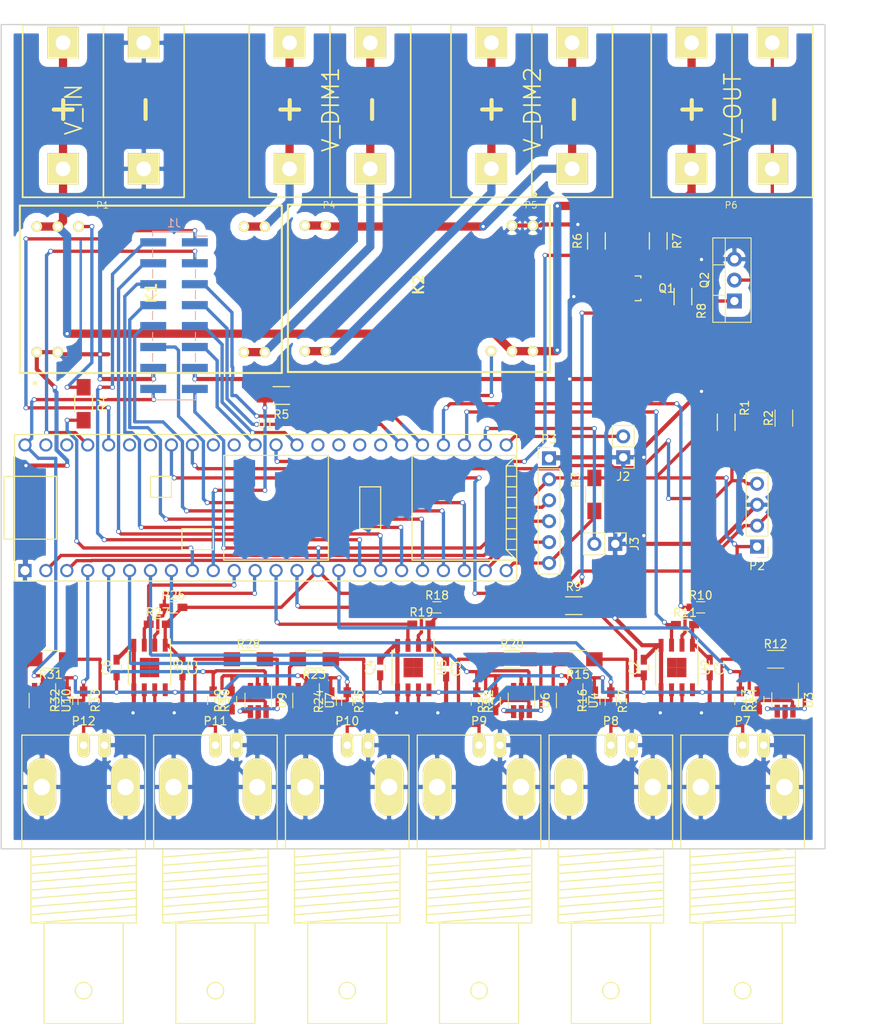
<source format=kicad_pcb>
(kicad_pcb (version 4) (host pcbnew 4.0.7-e2-6376~58~ubuntu17.04.1)
  (layers (0 F.Cu signal) (31 B.Cu signal) (34 B.Paste user) (35 F.Paste user) (36 B.SilkS user) (37 F.SilkS user) (38 B.Mask user) (39 F.Mask user) (44 Edge.Cuts user))
  (net 0 "")
  (net 1 +5V)
  (net 2 GND)
  (net 3 "Net-(K1-Pad22)")
  (net 4 "Net-(K1-Pad11)")
  (net 5 "Net-(K1-Pad13)")
  (net 6 "Net-(K2-Pad22)")
  (net 7 "Net-(K2-Pad11)")
  (net 8 "Net-(K2-Pad13)")
  (net 9 +3V3)
  (net 10 /SCL)
  (net 11 /SDA)
  (net 12 "Net-(Q1-Pad1)")
  (net 13 "Net-(Q2-Pad1)")
  (net 14 /DIM1)
  (net 15 /DIM2)
  (net 16 +48V)
  (net 17 /VOUT)
  (net 18 /SW1)
  (net 19 /SW2)
  (net 20 "Net-(Q1-Pad3)")
  (net 21 /TrigInOutPu1/TRIG_CON1)
  (net 22 /TrigInOutPu1/TRIG_CON2)
  (net 23 /TrigInOutPu2/TRIG_CON1)
  (net 24 /TrigInOutPu2/TRIG_CON2)
  (net 25 /TrigInOutPu3/TRIG_CON1)
  (net 26 /TrigInOutPu3/TRIG_CON2)
  (net 27 /TRIG_IO6)
  (net 28 /TRIG_PU6)
  (net 29 /TRIG_IO7)
  (net 30 /TRIG_PU7)
  (net 31 /TRIG_IO8)
  (net 32 /TRIG_PU8)
  (net 33 /TRIG_IO9)
  (net 34 /TRIG_PU9)
  (net 35 /TRIG_IO11)
  (net 36 /TRIG_PU10)
  (net 37 /TRIG_IO4)
  (net 38 /TRIG_PU11)
  (net 39 /MOSI1)
  (net 40 /MISO1)
  (net 41 /CS1)
  (net 42 /TRIG_PU0)
  (net 43 /TRIG_PU1)
  (net 44 /TRIG_IO3)
  (net 45 /TRIG_PU2)
  (net 46 /TRIG_PU3)
  (net 47 /TRIG_PU4)
  (net 48 /TRIG_PU5)
  (net 49 "Net-(P6-Pad2)")
  (net 50 "Net-(R12-Pad2)")
  (net 51 "Net-(R13-Pad1)")
  (net 52 "Net-(R15-Pad2)")
  (net 53 "Net-(R16-Pad1)")
  (net 54 "Net-(R20-Pad2)")
  (net 55 "Net-(R21-Pad1)")
  (net 56 "Net-(R23-Pad2)")
  (net 57 "Net-(R24-Pad1)")
  (net 58 "Net-(R28-Pad2)")
  (net 59 "Net-(R29-Pad1)")
  (net 60 "Net-(R31-Pad2)")
  (net 61 "Net-(R32-Pad1)")
  (net 62 /SCK1)
  (net 63 /TRIG_IO0)
  (net 64 /TRIG_IO1)
  (net 65 /TRIG_IO2)
  (net 66 /TRIG_IO5)
  (net 67 /TRIG_IO10)
  (module lib_fp:LDD-1000H (layer F.Cu) (at 48.16 62.12 90)
    (fp_text reference K1 (at -0.44814 0.04874 90) (layer F.SilkS) (effects (font (size 1.27 1.27) (thickness 0.254))))
    (fp_text value LDD-1000H hide)
    (pad 1 thru_hole circle (at -7.62 -13.84 180) (size 1.3 1.3) (drill 0.8) (layers *.Cu *.Mask F.SilkS) (net 2 GND))
    (pad 1 thru_hole circle (at -7.62 -11.3 180) (size 1.3 1.3) (drill 0.8) (layers *.Cu *.Mask F.SilkS) (net 2 GND))
    (pad 23 thru_hole circle (at 7.62 -13.84 180) (size 1.3 1.3) (drill 0.8) (layers *.Cu *.Mask F.SilkS) (net 16 +48V))
    (pad 23 thru_hole circle (at 7.62 -11.3 180) (size 1.3 1.3) (drill 0.8) (layers *.Cu *.Mask F.SilkS) (net 16 +48V))
    (pad 22 thru_hole circle (at 7.62 -8.76 180) (size 1.3 1.3) (drill 0.8) (layers *.Cu *.Mask F.SilkS) (net 3 "Net-(K1-Pad22)"))
    (pad 11 thru_hole circle (at -7.62 11.3 180) (size 1.3 1.3) (drill 0.8) (layers *.Cu *.Mask F.SilkS) (net 4 "Net-(K1-Pad11)"))
    (pad 11 thru_hole circle (at -7.62 13.84 180) (size 1.3 1.3) (drill 0.8) (layers *.Cu *.Mask F.SilkS) (net 4 "Net-(K1-Pad11)"))
    (pad 13 thru_hole circle (at 7.62 11.3 180) (size 1.3 1.3) (drill 0.8) (layers *.Cu *.Mask F.SilkS) (net 5 "Net-(K1-Pad13)"))
    (pad 13 thru_hole circle (at 7.62 13.84 180) (size 1.3 1.3) (drill 0.8) (layers *.Cu *.Mask F.SilkS) (net 5 "Net-(K1-Pad13)"))
  )
  (module Resistors_SMD:R_1206_HandSoldering (layer F.Cu) (at 124 107)
    (fp_text reference R12 (at 0 -1.85) (layer F.SilkS))
    (fp_text value 200R)
    (pad 1 smd rect (at -2 0) (size 2 1.7) (layers F.Cu F.Paste F.Mask) (net 21 /TrigInOutPu1/TRIG_CON1))
    (pad 2 smd rect (at 2 0) (size 2 1.7) (layers F.Cu F.Paste F.Mask) (net 50 "Net-(R12-Pad2)"))
  )
  (module Pin_Headers:Pin_Header_Straight_1x02_Pitch2.54mm (layer F.Cu) (at 104.54 93 270)
    (fp_text reference J3 (at 0 -2.33 270) (layer F.SilkS))
    (fp_text value CONN_01X02)
    (pad 1 thru_hole rect (at 0 0 270) (size 1.7 1.7) (drill 1) (layers *.Cu *.Mask) (net 2 GND))
    (pad 2 thru_hole oval (at 0 2.54 270) (size 1.7 1.7) (drill 1) (layers *.Cu *.Mask) (net 19 /SW2))
  )
  (module Pin_Headers:Pin_Header_Straight_1x02_Pitch2.54mm (layer F.Cu) (at 105.5 82.5 180)
    (fp_text reference J2 (at 0 -2.33 180) (layer F.SilkS))
    (fp_text value CONN_01X02)
    (pad 1 thru_hole rect (at 0 0 180) (size 1.7 1.7) (drill 1) (layers *.Cu *.Mask) (net 2 GND))
    (pad 2 thru_hole oval (at 0 2.54 180) (size 1.7 1.7) (drill 1) (layers *.Cu *.Mask) (net 18 /SW1))
  )
  (module Resistors_SMD:R_1206_HandSoldering (layer F.Cu) (at 102 87 270)
    (fp_text reference R3 (at -1.75 2.25 270) (layer F.SilkS))
    (fp_text value 10k)
    (pad 1 smd rect (at -2 0 270) (size 2 1.7) (layers F.Cu F.Paste F.Mask) (net 9 +3V3))
    (pad 2 smd rect (at 2 0 270) (size 2 1.7) (layers F.Cu F.Paste F.Mask) (net 41 /CS1))
  )
  (module Resistors_SMD:R_1206_HandSoldering (layer F.Cu) (at 118 78.25 90)
    (fp_text reference R1 (at 1.75 2.25 90) (layer F.SilkS))
    (fp_text value 4.7k)
    (pad 1 smd rect (at -2 0 90) (size 2 1.7) (layers F.Cu F.Paste F.Mask) (net 11 /SDA))
    (pad 2 smd rect (at 2 0 90) (size 2 1.7) (layers F.Cu F.Paste F.Mask) (net 9 +3V3))
  )
  (module Resistors_SMD:R_1206_HandSoldering (layer F.Cu) (at 112.75 63 90)
    (fp_text reference R8 (at -1.75 2.25 90) (layer F.SilkS))
    (fp_text value 220)
    (pad 1 smd rect (at -2 0 90) (size 2 1.7) (layers F.Cu F.Paste F.Mask) (net 20 "Net-(Q1-Pad3)"))
    (pad 2 smd rect (at 2 0 90) (size 2 1.7) (layers F.Cu F.Paste F.Mask) (net 13 "Net-(Q2-Pad1)"))
  )
  (module Resistors_SMD:R_1206_HandSoldering (layer F.Cu) (at 40 76 270)
    (fp_text reference R4 (at 0 -2.3 270) (layer F.SilkS))
    (fp_text value 220)
    (pad 1 smd rect (at -2 0 270) (size 2 1.7) (layers F.Cu F.Paste F.Mask) (net 3 "Net-(K1-Pad22)"))
    (pad 2 smd rect (at 2 0 270) (size 2 1.7) (layers F.Cu F.Paste F.Mask) (net 14 /DIM1))
  )
  (module Resistors_SMD:R_1206_HandSoldering (layer F.Cu) (at 99.5 100.5)
    (fp_text reference R9 (at 0 -2.3) (layer F.SilkS))
    (fp_text value 10k)
    (pad 1 smd rect (at -2 0) (size 2 1.7) (layers F.Cu F.Paste F.Mask) (net 20 "Net-(Q1-Pad3)"))
    (pad 2 smd rect (at 2 0) (size 2 1.7) (layers F.Cu F.Paste F.Mask) (net 1 +5V))
  )
  (module Resistors_SMD:R_1206_HandSoldering (layer F.Cu) (at 102.25 56.25 90)
    (fp_text reference R6 (at 0 -2.3 90) (layer F.SilkS))
    (fp_text value 10k)
    (pad 1 smd rect (at -2 0 90) (size 2 1.7) (layers F.Cu F.Paste F.Mask) (net 17 /VOUT))
    (pad 2 smd rect (at 2 0 90) (size 2 1.7) (layers F.Cu F.Paste F.Mask) (net 2 GND))
  )
  (module Resistors_SMD:R_1206_HandSoldering (layer F.Cu) (at 109.75 56.25 270)
    (fp_text reference R7 (at 0 -2.3 270) (layer F.SilkS))
    (fp_text value 470)
    (pad 1 smd rect (at -2 0 270) (size 2 1.7) (layers F.Cu F.Paste F.Mask) (net 17 /VOUT))
    (pad 2 smd rect (at 2 0 270) (size 2 1.7) (layers F.Cu F.Paste F.Mask) (net 12 "Net-(Q1-Pad1)"))
  )
  (module Resistors_SMD:R_1206_HandSoldering (layer F.Cu) (at 64 75 180)
    (fp_text reference R5 (at 0 -2.3 180) (layer F.SilkS))
    (fp_text value 220)
    (pad 1 smd rect (at -2 0 180) (size 2 1.7) (layers F.Cu F.Paste F.Mask) (net 6 "Net-(K2-Pad22)"))
    (pad 2 smd rect (at 2 0 180) (size 2 1.7) (layers F.Cu F.Paste F.Mask) (net 15 /DIM2))
  )
  (module TO_SOT_Packages_SMD:SOT-23_Handsoldering (layer F.Cu) (at 106.99886 62 270)
    (fp_text reference Q1 (at 0 -3.75114 360) (layer F.SilkS))
    (fp_text value IRLML6244)
    (pad 1 smd rect (at -0.95 1.50114 270) (size 0.8001 1.80086) (layers F.Cu F.Paste F.Mask) (net 12 "Net-(Q1-Pad1)"))
    (pad 2 smd rect (at 0.95 1.50114 270) (size 0.8001 1.80086) (layers F.Cu F.Paste F.Mask) (net 2 GND))
    (pad 3 smd rect (at 0 -1.50114 270) (size 0.8001 1.80086) (layers F.Cu F.Paste F.Mask) (net 20 "Net-(Q1-Pad3)"))
  )
  (module Resistors_SMD:R_1206_HandSoldering (layer F.Cu) (at 100 107 180)
    (fp_text reference R15 (at 0 -1.85 180) (layer F.SilkS))
    (fp_text value 200R)
    (pad 1 smd rect (at -2 0 180) (size 2 1.7) (layers F.Cu F.Paste F.Mask) (net 22 /TrigInOutPu1/TRIG_CON2))
    (pad 2 smd rect (at 2 0 180) (size 2 1.7) (layers F.Cu F.Paste F.Mask) (net 52 "Net-(R15-Pad2)"))
  )
  (module Resistors_SMD:R_0603_HandSoldering (layer F.Cu) (at 113 102.8)
    (fp_text reference R11 (at 0 -1.45) (layer F.SilkS))
    (fp_text value 2k)
    (pad 1 smd rect (at -1.1 0) (size 1.2 0.9) (layers F.Cu F.Paste F.Mask) (net 31 /TRIG_IO8))
    (pad 2 smd rect (at 1.1 0) (size 1.2 0.9) (layers F.Cu F.Paste F.Mask) (net 9 +3V3))
  )
  (module Resistors_SMD:R_0603_HandSoldering (layer F.Cu) (at 119.725 112 270)
    (fp_text reference R14 (at 0 -1.45 270) (layer F.SilkS))
    (fp_text value 10k)
    (pad 1 smd rect (at -1.1 0 270) (size 1.2 0.9) (layers F.Cu F.Paste F.Mask) (net 42 /TRIG_PU0))
    (pad 2 smd rect (at 1.1 0 270) (size 1.2 0.9) (layers F.Cu F.Paste F.Mask) (net 2 GND))
  )
  (module Capacitors_SMD:C_0603_HandSoldering (layer F.Cu) (at 116 108 270)
    (fp_text reference C1 (at 0 -1.25 270) (layer F.SilkS))
    (fp_text value 100n)
    (pad 1 smd rect (at -0.95 0 270) (size 1.2 0.75) (layers F.Cu F.Paste F.Mask) (net 9 +3V3))
    (pad 2 smd rect (at 0.95 0 270) (size 1.2 0.75) (layers F.Cu F.Paste F.Mask) (net 2 GND))
  )
  (module Capacitors_SMD:C_0603_HandSoldering (layer F.Cu) (at 108 108 90)
    (fp_text reference C2 (at 0 -1.25 90) (layer F.SilkS))
    (fp_text value 100n)
    (pad 1 smd rect (at -0.95 0 90) (size 1.2 0.75) (layers F.Cu F.Paste F.Mask) (net 1 +5V))
    (pad 2 smd rect (at 0.95 0 90) (size 1.2 0.75) (layers F.Cu F.Paste F.Mask) (net 2 GND))
  )
  (module Capacitors_SMD:C_0603_HandSoldering (layer F.Cu) (at 84 108.15 270)
    (fp_text reference C3 (at 0 -1.25 270) (layer F.SilkS))
    (fp_text value 100n)
    (pad 1 smd rect (at -0.95 0 270) (size 1.2 0.75) (layers F.Cu F.Paste F.Mask) (net 9 +3V3))
    (pad 2 smd rect (at 0.95 0 270) (size 1.2 0.75) (layers F.Cu F.Paste F.Mask) (net 2 GND))
  )
  (module Capacitors_SMD:C_0603_HandSoldering (layer F.Cu) (at 76 108 90)
    (fp_text reference C4 (at 0 -1.25 90) (layer F.SilkS))
    (fp_text value 100n)
    (pad 1 smd rect (at -0.95 0 90) (size 1.2 0.75) (layers F.Cu F.Paste F.Mask) (net 1 +5V))
    (pad 2 smd rect (at 0.95 0 90) (size 1.2 0.75) (layers F.Cu F.Paste F.Mask) (net 2 GND))
  )
  (module lib_fp:LDD-1000H (layer F.Cu) (at 80.7 62 270)
    (fp_text reference K2 (at -0.44814 0.04874 270) (layer F.SilkS) (effects (font (size 1.27 1.27) (thickness 0.254))))
    (fp_text value LDD-1000H hide)
    (pad 1 thru_hole circle (at -7.62 -13.84) (size 1.3 1.3) (drill 0.8) (layers *.Cu *.Mask F.SilkS) (net 2 GND))
    (pad 1 thru_hole circle (at -7.62 -11.3) (size 1.3 1.3) (drill 0.8) (layers *.Cu *.Mask F.SilkS) (net 2 GND))
    (pad 23 thru_hole circle (at 7.62 -13.84) (size 1.3 1.3) (drill 0.8) (layers *.Cu *.Mask F.SilkS) (net 16 +48V))
    (pad 23 thru_hole circle (at 7.62 -11.3) (size 1.3 1.3) (drill 0.8) (layers *.Cu *.Mask F.SilkS) (net 16 +48V))
    (pad 22 thru_hole circle (at 7.62 -8.76) (size 1.3 1.3) (drill 0.8) (layers *.Cu *.Mask F.SilkS) (net 6 "Net-(K2-Pad22)"))
    (pad 11 thru_hole circle (at -7.62 11.3) (size 1.3 1.3) (drill 0.8) (layers *.Cu *.Mask F.SilkS) (net 7 "Net-(K2-Pad11)"))
    (pad 11 thru_hole circle (at -7.62 13.84) (size 1.3 1.3) (drill 0.8) (layers *.Cu *.Mask F.SilkS) (net 7 "Net-(K2-Pad11)"))
    (pad 13 thru_hole circle (at 7.62 11.3) (size 1.3 1.3) (drill 0.8) (layers *.Cu *.Mask F.SilkS) (net 8 "Net-(K2-Pad13)"))
    (pad 13 thru_hole circle (at 7.62 13.84) (size 1.3 1.3) (drill 0.8) (layers *.Cu *.Mask F.SilkS) (net 8 "Net-(K2-Pad13)"))
  )
  (module lib_fp:DELTRON_571_x2 (layer F.Cu) (at 70 40.3092 90)
    (fp_text reference P4 (at -11.6 -0.2 180) (layer F.SilkS) (effects (font (size 0.80066 0.80066) (thickness 0.1))))
    (fp_text value V_DIM1 (at 0 0 270) (layer F.SilkS) (effects (font (size 2 2) (thickness 0.2))))
    (fp_text user + (at 0 -5.2 90) (layer F.SilkS) (effects (font (size 3 3) (thickness 0.5))))
    (fp_text user - (at 0 4.8 90) (layer F.SilkS) (effects (font (size 3 3) (thickness 0.5))))
    (pad 2 thru_hole rect (at 8.1 4.8 90) (size 3.81 3.81) (drill 1.778) (layers *.Cu *.Mask F.SilkS) (net 4 "Net-(K1-Pad11)"))
    (pad 2 thru_hole rect (at -7.1908 4.8 90) (size 3.81 3.81) (drill 1.778) (layers *.Cu *.Mask F.SilkS) (net 4 "Net-(K1-Pad11)"))
    (pad 1 thru_hole rect (at 8.1 -5 90) (size 3.81 3.81) (drill 1.778) (layers *.Cu *.Mask F.SilkS) (net 5 "Net-(K1-Pad13)"))
    (pad 1 thru_hole rect (at -7.1908 -5 90) (size 3.81 3.81) (drill 1.778) (layers *.Cu *.Mask F.SilkS) (net 5 "Net-(K1-Pad13)"))
  )
  (module lib_fp:DELTRON_571_x2 (layer F.Cu) (at 94.5 40.3 90)
    (fp_text reference P5 (at -11.6 -0.2 180) (layer F.SilkS) (effects (font (size 0.80066 0.80066) (thickness 0.1))))
    (fp_text value V_DIM2 (at 0 0 270) (layer F.SilkS) (effects (font (size 2 2) (thickness 0.2))))
    (fp_text user + (at 0 -5.2 90) (layer F.SilkS) (effects (font (size 3 3) (thickness 0.5))))
    (fp_text user - (at 0 4.8 90) (layer F.SilkS) (effects (font (size 3 3) (thickness 0.5))))
    (pad 2 thru_hole rect (at 8.1 4.8 90) (size 3.81 3.81) (drill 1.778) (layers *.Cu *.Mask F.SilkS) (net 7 "Net-(K2-Pad11)"))
    (pad 2 thru_hole rect (at -7.1908 4.8 90) (size 3.81 3.81) (drill 1.778) (layers *.Cu *.Mask F.SilkS) (net 7 "Net-(K2-Pad11)"))
    (pad 1 thru_hole rect (at 8.1 -5 90) (size 3.81 3.81) (drill 1.778) (layers *.Cu *.Mask F.SilkS) (net 8 "Net-(K2-Pad13)"))
    (pad 1 thru_hole rect (at -7.1908 -5 90) (size 3.81 3.81) (drill 1.778) (layers *.Cu *.Mask F.SilkS) (net 8 "Net-(K2-Pad13)"))
  )
  (module lib_fp:DELTRON_571_x2 (layer F.Cu) (at 118.8 40.3092 90)
    (fp_text reference P6 (at -11.6 -0.2 180) (layer F.SilkS) (effects (font (size 0.80066 0.80066) (thickness 0.1))))
    (fp_text value V_OUT (at 0 0 270) (layer F.SilkS) (effects (font (size 2 2) (thickness 0.2))))
    (fp_text user + (at 0 -5.2 90) (layer F.SilkS) (effects (font (size 3 3) (thickness 0.5))))
    (fp_text user - (at 0 4.8 90) (layer F.SilkS) (effects (font (size 3 3) (thickness 0.5))))
    (pad 2 thru_hole rect (at 8.1 4.8 90) (size 3.81 3.81) (drill 1.778) (layers *.Cu *.Mask F.SilkS) (net 49 "Net-(P6-Pad2)"))
    (pad 2 thru_hole rect (at -7.1908 4.8 90) (size 3.81 3.81) (drill 1.778) (layers *.Cu *.Mask F.SilkS) (net 49 "Net-(P6-Pad2)"))
    (pad 1 thru_hole rect (at 8.1 -5 90) (size 3.81 3.81) (drill 1.778) (layers *.Cu *.Mask F.SilkS) (net 16 +48V))
    (pad 1 thru_hole rect (at -7.1908 -5 90) (size 3.81 3.81) (drill 1.778) (layers *.Cu *.Mask F.SilkS) (net 16 +48V))
  )
  (module Pin_Headers:Pin_Header_Straight_1x04_Pitch2.54mm (layer F.Cu) (at 121.75 93.33 180)
    (fp_text reference P2 (at 0 -2.33 180) (layer F.SilkS))
    (fp_text value I2C_HEADER)
    (pad 1 thru_hole rect (at 0 0 180) (size 1.7 1.7) (drill 1) (layers *.Cu *.Mask) (net 9 +3V3))
    (pad 2 thru_hole oval (at 0 2.54 180) (size 1.7 1.7) (drill 1) (layers *.Cu *.Mask) (net 10 /SCL))
    (pad 3 thru_hole oval (at 0 5.08 180) (size 1.7 1.7) (drill 1) (layers *.Cu *.Mask) (net 2 GND))
    (pad 4 thru_hole oval (at 0 7.62 180) (size 1.7 1.7) (drill 1) (layers *.Cu *.Mask) (net 11 /SDA))
  )
  (module lib_fp:DELTRON_571_x2 (layer F.Cu) (at 42.5 40.3092 90)
    (fp_text reference P1 (at -11.6 -0.2 180) (layer F.SilkS) (effects (font (size 0.80066 0.80066) (thickness 0.1))))
    (fp_text value V_IN (at 0 -3.7 270) (layer F.SilkS) (effects (font (size 2 2) (thickness 0.2))))
    (fp_text user + (at 0 -5.2 90) (layer F.SilkS) (effects (font (size 3 3) (thickness 0.5))))
    (fp_text user - (at 0 4.8 90) (layer F.SilkS) (effects (font (size 3 3) (thickness 0.5))))
    (pad 2 thru_hole rect (at 8.1 4.8 90) (size 3.81 3.81) (drill 1.778) (layers *.Cu *.Mask F.SilkS) (net 2 GND))
    (pad 2 thru_hole rect (at -7.1908 4.8 90) (size 3.81 3.81) (drill 1.778) (layers *.Cu *.Mask F.SilkS) (net 2 GND))
    (pad 1 thru_hole rect (at 8.1 -5 90) (size 3.81 3.81) (drill 1.778) (layers *.Cu *.Mask F.SilkS) (net 16 +48V))
    (pad 1 thru_hole rect (at -7.1908 -5 90) (size 3.81 3.81) (drill 1.778) (layers *.Cu *.Mask F.SilkS) (net 16 +48V))
  )
  (module TO_SOT_Packages_THT:TO-220_Vertical (layer F.Cu) (at 119 63.54 90)
    (fp_text reference Q2 (at 2.54 -3.62 90) (layer F.SilkS))
    (fp_text value IRFB3256)
    (pad 1 thru_hole rect (at 0 0 90) (size 1.8 1.8) (drill 1) (layers *.Cu *.Mask) (net 13 "Net-(Q2-Pad1)"))
    (pad 2 thru_hole oval (at 2.54 0 90) (size 1.8 1.8) (drill 1) (layers *.Cu *.Mask) (net 49 "Net-(P6-Pad2)"))
    (pad 3 thru_hole oval (at 5.08 0 90) (size 1.8 1.8) (drill 1) (layers *.Cu *.Mask) (net 2 GND))
  )
  (module Resistors_SMD:R_1206_HandSoldering (layer F.Cu) (at 125 77.75 90)
    (fp_text reference R2 (at 0 -1.85 90) (layer F.SilkS))
    (fp_text value 4.7k)
    (pad 1 smd rect (at -2 0 90) (size 2 1.7) (layers F.Cu F.Paste F.Mask) (net 10 /SCL))
    (pad 2 smd rect (at 2 0 90) (size 2 1.7) (layers F.Cu F.Paste F.Mask) (net 9 +3V3))
  )
  (module Resistors_SMD:R_0603_HandSoldering (layer F.Cu) (at 114.9 100.7)
    (fp_text reference R10 (at 0 -1.45) (layer F.SilkS))
    (fp_text value 2k)
    (pad 1 smd rect (at -1.1 0) (size 1.2 0.9) (layers F.Cu F.Paste F.Mask) (net 33 /TRIG_IO9))
    (pad 2 smd rect (at 1.1 0) (size 1.2 0.9) (layers F.Cu F.Paste F.Mask) (net 9 +3V3))
  )
  (module Resistors_SMD:R_0603_HandSoldering (layer F.Cu) (at 121.9 112 90)
    (fp_text reference R13 (at 0 -1.45 90) (layer F.SilkS))
    (fp_text value 10k)
    (pad 1 smd rect (at -1.1 0 90) (size 1.2 0.9) (layers F.Cu F.Paste F.Mask) (net 51 "Net-(R13-Pad1)"))
    (pad 2 smd rect (at 1.1 0 90) (size 1.2 0.9) (layers F.Cu F.Paste F.Mask) (net 1 +5V))
  )
  (module Resistors_SMD:R_0603_HandSoldering (layer F.Cu) (at 102 112 90)
    (fp_text reference R16 (at 0 -1.45 90) (layer F.SilkS))
    (fp_text value 10k)
    (pad 1 smd rect (at -1.1 0 90) (size 1.2 0.9) (layers F.Cu F.Paste F.Mask) (net 53 "Net-(R16-Pad1)"))
    (pad 2 smd rect (at 1.1 0 90) (size 1.2 0.9) (layers F.Cu F.Paste F.Mask) (net 1 +5V))
  )
  (module Resistors_SMD:R_0603_HandSoldering (layer F.Cu) (at 104 112.1 270)
    (fp_text reference R17 (at 0 -1.45 270) (layer F.SilkS))
    (fp_text value 10k)
    (pad 1 smd rect (at -1.1 0 270) (size 1.2 0.9) (layers F.Cu F.Paste F.Mask) (net 43 /TRIG_PU1))
    (pad 2 smd rect (at 1.1 0 270) (size 1.2 0.9) (layers F.Cu F.Paste F.Mask) (net 2 GND))
  )
  (module Resistors_SMD:R_0603_HandSoldering (layer F.Cu) (at 82.9 100.7)
    (fp_text reference R18 (at 0 -1.45) (layer F.SilkS))
    (fp_text value 2k)
    (pad 1 smd rect (at -1.1 0) (size 1.2 0.9) (layers F.Cu F.Paste F.Mask) (net 29 /TRIG_IO7))
    (pad 2 smd rect (at 1.1 0) (size 1.2 0.9) (layers F.Cu F.Paste F.Mask) (net 9 +3V3))
  )
  (module Resistors_SMD:R_0603_HandSoldering (layer F.Cu) (at 81 102.75)
    (fp_text reference R19 (at 0 -1.45) (layer F.SilkS))
    (fp_text value 2k)
    (pad 1 smd rect (at -1.1 0) (size 1.2 0.9) (layers F.Cu F.Paste F.Mask) (net 27 /TRIG_IO6))
    (pad 2 smd rect (at 1.1 0) (size 1.2 0.9) (layers F.Cu F.Paste F.Mask) (net 9 +3V3))
  )
  (module Resistors_SMD:R_0603_HandSoldering (layer F.Cu) (at 89.9 112.1 90)
    (fp_text reference R21 (at 0 -1.45 90) (layer F.SilkS))
    (fp_text value 10k)
    (pad 1 smd rect (at -1.1 0 90) (size 1.2 0.9) (layers F.Cu F.Paste F.Mask) (net 55 "Net-(R21-Pad1)"))
    (pad 2 smd rect (at 1.1 0 90) (size 1.2 0.9) (layers F.Cu F.Paste F.Mask) (net 1 +5V))
  )
  (module Resistors_SMD:R_0603_HandSoldering (layer F.Cu) (at 87.725 112.1 270)
    (fp_text reference R22 (at 0 -1.45 270) (layer F.SilkS))
    (fp_text value 10k)
    (pad 1 smd rect (at -1.1 0 270) (size 1.2 0.9) (layers F.Cu F.Paste F.Mask) (net 45 /TRIG_PU2))
    (pad 2 smd rect (at 1.1 0 270) (size 1.2 0.9) (layers F.Cu F.Paste F.Mask) (net 2 GND))
  )
  (module Resistors_SMD:R_1206_HandSoldering (layer F.Cu) (at 92 107)
    (fp_text reference R20 (at 0 -1.85) (layer F.SilkS))
    (fp_text value 200R)
    (pad 1 smd rect (at -2 0) (size 2 1.7) (layers F.Cu F.Paste F.Mask) (net 23 /TrigInOutPu2/TRIG_CON1))
    (pad 2 smd rect (at 2 0) (size 2 1.7) (layers F.Cu F.Paste F.Mask) (net 54 "Net-(R20-Pad2)"))
  )
  (module Resistors_SMD:R_0603_HandSoldering (layer F.Cu) (at 70 112.1 90)
    (fp_text reference R24 (at 0 -1.45 90) (layer F.SilkS))
    (fp_text value 10k)
    (pad 1 smd rect (at -1.1 0 90) (size 1.2 0.9) (layers F.Cu F.Paste F.Mask) (net 57 "Net-(R24-Pad1)"))
    (pad 2 smd rect (at 1.1 0 90) (size 1.2 0.9) (layers F.Cu F.Paste F.Mask) (net 1 +5V))
  )
  (module Resistors_SMD:R_0603_HandSoldering (layer F.Cu) (at 72 112.1 270)
    (fp_text reference R25 (at 0 -1.45 270) (layer F.SilkS))
    (fp_text value 10k)
    (pad 1 smd rect (at -1.1 0 270) (size 1.2 0.9) (layers F.Cu F.Paste F.Mask) (net 48 /TRIG_PU5))
    (pad 2 smd rect (at 1.1 0 270) (size 1.2 0.9) (layers F.Cu F.Paste F.Mask) (net 2 GND))
  )
  (module Resistors_SMD:R_1206_HandSoldering (layer F.Cu) (at 68 107 180)
    (fp_text reference R23 (at 0 -1.85 180) (layer F.SilkS))
    (fp_text value 200R)
    (pad 1 smd rect (at -2 0 180) (size 2 1.7) (layers F.Cu F.Paste F.Mask) (net 24 /TrigInOutPu2/TRIG_CON2))
    (pad 2 smd rect (at 2 0 180) (size 2 1.7) (layers F.Cu F.Paste F.Mask) (net 56 "Net-(R23-Pad2)"))
  )
  (module lib_fp:Teensy35_36_no_center (layer F.Cu) (at 62.09 88.62)
    (fp_text reference U1 (at 0 -10.16) (layer F.SilkS))
    (fp_text value Teensy3.6)
    (pad 17 thru_hole circle (at 11.43 7.62) (size 1.6 1.6) (drill 1.1) (layers *.Cu *.Mask) (net 28 /TRIG_PU6))
    (pad 18 thru_hole circle (at 13.97 7.62) (size 1.6 1.6) (drill 1.1) (layers *.Cu *.Mask) (net 30 /TRIG_PU7))
    (pad 19 thru_hole circle (at 16.51 7.62) (size 1.6 1.6) (drill 1.1) (layers *.Cu *.Mask) (net 32 /TRIG_PU8))
    (pad 20 thru_hole circle (at 19.05 7.62) (size 1.6 1.6) (drill 1.1) (layers *.Cu *.Mask) (net 34 /TRIG_PU9))
    (pad 16 thru_hole circle (at 8.89 7.62) (size 1.6 1.6) (drill 1.1) (layers *.Cu *.Mask) (net 42 /TRIG_PU0))
    (pad 15 thru_hole circle (at 6.35 7.62) (size 1.6 1.6) (drill 1.1) (layers *.Cu *.Mask) (net 9 +3V3))
    (pad 14 thru_hole circle (at 3.81 7.62) (size 1.6 1.6) (drill 1.1) (layers *.Cu *.Mask) (net 29 /TRIG_IO7))
    (pad 21 thru_hole circle (at 21.59 7.62) (size 1.6 1.6) (drill 1.1) (layers *.Cu *.Mask) (net 36 /TRIG_PU10))
    (pad 22 thru_hole circle (at 24.13 7.62) (size 1.6 1.6) (drill 1.1) (layers *.Cu *.Mask) (net 38 /TRIG_PU11))
    (pad 23 thru_hole circle (at 26.67 7.62) (size 1.6 1.6) (drill 1.1) (layers *.Cu *.Mask) (net 62 /SCK1))
    (pad 24 thru_hole circle (at 29.21 7.62) (size 1.6 1.6) (drill 1.1) (layers *.Cu *.Mask) (net 41 /CS1))
    (pad 30 thru_hole circle (at 29.21 -7.62) (size 1.6 1.6) (drill 1.1) (layers *.Cu *.Mask) (net 18 /SW1))
    (pad 31 thru_hole circle (at 26.67 -7.62) (size 1.6 1.6) (drill 1.1) (layers *.Cu *.Mask) (net 19 /SW2))
    (pad 32 thru_hole circle (at 24.13 -7.62) (size 1.6 1.6) (drill 1.1) (layers *.Cu *.Mask) (net 31 /TRIG_IO8))
    (pad 33 thru_hole circle (at 21.59 -7.62) (size 1.6 1.6) (drill 1.1) (layers *.Cu *.Mask) (net 33 /TRIG_IO9))
    (pad 34 thru_hole circle (at 19.05 -7.62) (size 1.6 1.6) (drill 1.1) (layers *.Cu *.Mask) (net 67 /TRIG_IO10))
    (pad 35 thru_hole circle (at 16.51 -7.62) (size 1.6 1.6) (drill 1.1) (layers *.Cu *.Mask) (net 35 /TRIG_IO11))
    (pad 36 thru_hole circle (at 13.97 -7.62) (size 1.6 1.6) (drill 1.1) (layers *.Cu *.Mask))
    (pad 37 thru_hole circle (at 11.43 -7.62) (size 1.6 1.6) (drill 1.1) (layers *.Cu *.Mask))
    (pad 13 thru_hole circle (at 1.27 7.62) (size 1.6 1.6) (drill 1.1) (layers *.Cu *.Mask) (net 27 /TRIG_IO6))
    (pad 12 thru_hole circle (at -1.27 7.62) (size 1.6 1.6) (drill 1.1) (layers *.Cu *.Mask) (net 37 /TRIG_IO4))
    (pad 11 thru_hole circle (at -3.81 7.62) (size 1.6 1.6) (drill 1.1) (layers *.Cu *.Mask) (net 44 /TRIG_IO3))
    (pad 10 thru_hole circle (at -6.35 7.62) (size 1.6 1.6) (drill 1.1) (layers *.Cu *.Mask) (net 15 /DIM2))
    (pad 9 thru_hole circle (at -8.89 7.62) (size 1.6 1.6) (drill 1.1) (layers *.Cu *.Mask) (net 14 /DIM1))
    (pad 8 thru_hole circle (at -11.43 7.62) (size 1.6 1.6) (drill 1.1) (layers *.Cu *.Mask) (net 43 /TRIG_PU1))
    (pad 7 thru_hole circle (at -13.97 7.62) (size 1.6 1.6) (drill 1.1) (layers *.Cu *.Mask) (net 45 /TRIG_PU2))
    (pad 6 thru_hole circle (at -16.51 7.62) (size 1.6 1.6) (drill 1.1) (layers *.Cu *.Mask) (net 48 /TRIG_PU5))
    (pad 5 thru_hole circle (at -19.05 7.62) (size 1.6 1.6) (drill 1.1) (layers *.Cu *.Mask) (net 47 /TRIG_PU4))
    (pad 4 thru_hole circle (at -21.59 7.62) (size 1.6 1.6) (drill 1.1) (layers *.Cu *.Mask) (net 46 /TRIG_PU3))
    (pad 3 thru_hole circle (at -24.13 7.62) (size 1.6 1.6) (drill 1.1) (layers *.Cu *.Mask) (net 40 /MISO1))
    (pad 2 thru_hole circle (at -26.67 7.62) (size 1.6 1.6) (drill 1.1) (layers *.Cu *.Mask) (net 39 /MOSI1))
    (pad 1 thru_hole rect (at -29.21 7.62) (size 1.6 1.6) (drill 1.1) (layers *.Cu *.Mask) (net 2 GND))
    (pad 38 thru_hole circle (at 8.89 -7.62) (size 1.6 1.6) (drill 1.1) (layers *.Cu *.Mask))
    (pad 39 thru_hole circle (at 6.35 -7.62) (size 1.6 1.6) (drill 1.1) (layers *.Cu *.Mask))
    (pad 40 thru_hole circle (at 3.81 -7.62) (size 1.6 1.6) (drill 1.1) (layers *.Cu *.Mask) (net 66 /TRIG_IO5))
    (pad 41 thru_hole circle (at 1.27 -7.62) (size 1.6 1.6) (drill 1.1) (layers *.Cu *.Mask) (net 17 /VOUT))
    (pad 42 thru_hole circle (at -1.27 -7.62) (size 1.6 1.6) (drill 1.1) (layers *.Cu *.Mask) (net 63 /TRIG_IO0))
    (pad 43 thru_hole circle (at -3.81 -7.62) (size 1.6 1.6) (drill 1.1) (layers *.Cu *.Mask))
    (pad 44 thru_hole circle (at -6.35 -7.62) (size 1.6 1.6) (drill 1.1) (layers *.Cu *.Mask))
    (pad 45 thru_hole circle (at -8.89 -7.62) (size 1.6 1.6) (drill 1.1) (layers *.Cu *.Mask) (net 11 /SDA))
    (pad 46 thru_hole circle (at -11.43 -7.62) (size 1.6 1.6) (drill 1.1) (layers *.Cu *.Mask) (net 10 /SCL))
    (pad 47 thru_hole circle (at -13.97 -7.62) (size 1.6 1.6) (drill 1.1) (layers *.Cu *.Mask))
    (pad 48 thru_hole circle (at -16.51 -7.62) (size 1.6 1.6) (drill 1.1) (layers *.Cu *.Mask))
    (pad 49 thru_hole circle (at -19.05 -7.62) (size 1.6 1.6) (drill 1.1) (layers *.Cu *.Mask) (net 64 /TRIG_IO1))
    (pad 50 thru_hole circle (at -21.59 -7.62) (size 1.6 1.6) (drill 1.1) (layers *.Cu *.Mask) (net 65 /TRIG_IO2))
    (pad 51 thru_hole circle (at -24.13 -7.62) (size 1.6 1.6) (drill 1.1) (layers *.Cu *.Mask))
    (pad 52 thru_hole circle (at -26.67 -7.62) (size 1.6 1.6) (drill 1.1) (layers *.Cu *.Mask))
    (pad 53 thru_hole circle (at -29.21 -7.62) (size 1.6 1.6) (drill 1.1) (layers *.Cu *.Mask) (net 1 +5V))
  )
  (module Housings_SOIC:SOIC-8-1EP_3.9x4.9mm_Pitch1.27mm (layer F.Cu) (at 112 108 270)
    (fp_text reference U2 (at 0 -3.5 270) (layer F.SilkS))
    (fp_text value ISO1540)
    (pad 1 smd rect (at -2.7 -1.905 270) (size 1.55 0.6) (layers F.Cu F.Paste F.Mask) (net 9 +3V3))
    (pad 2 smd rect (at -2.7 -0.635 270) (size 1.55 0.6) (layers F.Cu F.Paste F.Mask) (net 33 /TRIG_IO9))
    (pad 3 smd rect (at -2.7 0.635 270) (size 1.55 0.6) (layers F.Cu F.Paste F.Mask) (net 31 /TRIG_IO8))
    (pad 4 smd rect (at -2.7 1.905 270) (size 1.55 0.6) (layers F.Cu F.Paste F.Mask) (net 2 GND))
    (pad 5 smd rect (at 2.7 1.905 270) (size 1.55 0.6) (layers F.Cu F.Paste F.Mask) (net 2 GND))
    (pad 6 smd rect (at 2.7 0.635 270) (size 1.55 0.6) (layers F.Cu F.Paste F.Mask) (net 22 /TrigInOutPu1/TRIG_CON2))
    (pad 7 smd rect (at 2.7 -0.635 270) (size 1.55 0.6) (layers F.Cu F.Paste F.Mask) (net 21 /TrigInOutPu1/TRIG_CON1))
    (pad 8 smd rect (at 2.7 -1.905 270) (size 1.55 0.6) (layers F.Cu F.Paste F.Mask) (net 1 +5V))
    (pad 9 smd rect (at 0.5875 0.5875 270) (size 1.175 1.175) (layers F.Cu F.Paste F.Mask))
    (pad 9 smd rect (at 0.5875 -0.5875 270) (size 1.175 1.175) (layers F.Cu F.Paste F.Mask))
    (pad 9 smd rect (at -0.5875 0.5875 270) (size 1.175 1.175) (layers F.Cu F.Paste F.Mask))
    (pad 9 smd rect (at -0.5875 -0.5875 270) (size 1.175 1.175) (layers F.Cu F.Paste F.Mask))
  )
  (module TO_SOT_Packages_SMD:SOT-23-6_Handsoldering (layer F.Cu) (at 125.15 111.95 270)
    (fp_text reference U3 (at 0 -2.9 270) (layer F.SilkS))
    (fp_text value DMC2700)
    (pad 1 smd rect (at -1.35 -0.95 270) (size 1.56 0.65) (layers F.Cu F.Paste F.Mask) (net 42 /TRIG_PU0))
    (pad 2 smd rect (at -1.35 0 270) (size 1.56 0.65) (layers F.Cu F.Paste F.Mask) (net 1 +5V))
    (pad 3 smd rect (at -1.35 0.95 270) (size 1.56 0.65) (layers F.Cu F.Paste F.Mask) (net 51 "Net-(R13-Pad1)"))
    (pad 4 smd rect (at 1.35 0.95 270) (size 1.56 0.65) (layers F.Cu F.Paste F.Mask) (net 50 "Net-(R12-Pad2)"))
    (pad 6 smd rect (at 1.35 -0.95 270) (size 1.56 0.65) (layers F.Cu F.Paste F.Mask) (net 51 "Net-(R13-Pad1)"))
    (pad 5 smd rect (at 1.35 0 270) (size 1.56 0.65) (layers F.Cu F.Paste F.Mask) (net 2 GND))
  )
  (module TO_SOT_Packages_SMD:SOT-23-6_Handsoldering (layer F.Cu) (at 99 112 270)
    (fp_text reference U4 (at 0 -2.9 270) (layer F.SilkS))
    (fp_text value DMC2700)
    (pad 1 smd rect (at -1.35 -0.95 270) (size 1.56 0.65) (layers F.Cu F.Paste F.Mask) (net 43 /TRIG_PU1))
    (pad 2 smd rect (at -1.35 0 270) (size 1.56 0.65) (layers F.Cu F.Paste F.Mask) (net 1 +5V))
    (pad 3 smd rect (at -1.35 0.95 270) (size 1.56 0.65) (layers F.Cu F.Paste F.Mask) (net 53 "Net-(R16-Pad1)"))
    (pad 4 smd rect (at 1.35 0.95 270) (size 1.56 0.65) (layers F.Cu F.Paste F.Mask) (net 52 "Net-(R15-Pad2)"))
    (pad 6 smd rect (at 1.35 -0.95 270) (size 1.56 0.65) (layers F.Cu F.Paste F.Mask) (net 53 "Net-(R16-Pad1)"))
    (pad 5 smd rect (at 1.35 0 270) (size 1.56 0.65) (layers F.Cu F.Paste F.Mask) (net 2 GND))
  )
  (module Housings_SOIC:SOIC-8-1EP_3.9x4.9mm_Pitch1.27mm (layer F.Cu) (at 80.0125 108.0125 270)
    (fp_text reference U5 (at 0 -3.5 270) (layer F.SilkS))
    (fp_text value ISO1540)
    (pad 1 smd rect (at -2.7 -1.905 270) (size 1.55 0.6) (layers F.Cu F.Paste F.Mask) (net 9 +3V3))
    (pad 2 smd rect (at -2.7 -0.635 270) (size 1.55 0.6) (layers F.Cu F.Paste F.Mask) (net 29 /TRIG_IO7))
    (pad 3 smd rect (at -2.7 0.635 270) (size 1.55 0.6) (layers F.Cu F.Paste F.Mask) (net 27 /TRIG_IO6))
    (pad 4 smd rect (at -2.7 1.905 270) (size 1.55 0.6) (layers F.Cu F.Paste F.Mask) (net 2 GND))
    (pad 5 smd rect (at 2.7 1.905 270) (size 1.55 0.6) (layers F.Cu F.Paste F.Mask) (net 2 GND))
    (pad 6 smd rect (at 2.7 0.635 270) (size 1.55 0.6) (layers F.Cu F.Paste F.Mask) (net 24 /TrigInOutPu2/TRIG_CON2))
    (pad 7 smd rect (at 2.7 -0.635 270) (size 1.55 0.6) (layers F.Cu F.Paste F.Mask) (net 23 /TrigInOutPu2/TRIG_CON1))
    (pad 8 smd rect (at 2.7 -1.905 270) (size 1.55 0.6) (layers F.Cu F.Paste F.Mask) (net 1 +5V))
    (pad 9 smd rect (at 0.5875 0.5875 270) (size 1.175 1.175) (layers F.Cu F.Paste F.Mask))
    (pad 9 smd rect (at 0.5875 -0.5875 270) (size 1.175 1.175) (layers F.Cu F.Paste F.Mask))
    (pad 9 smd rect (at -0.5875 0.5875 270) (size 1.175 1.175) (layers F.Cu F.Paste F.Mask))
    (pad 9 smd rect (at -0.5875 -0.5875 270) (size 1.175 1.175) (layers F.Cu F.Paste F.Mask))
  )
  (module TO_SOT_Packages_SMD:SOT-23-6_Handsoldering (layer F.Cu) (at 93.15 112 270)
    (fp_text reference U6 (at 0 -2.9 270) (layer F.SilkS))
    (fp_text value DMC2700)
    (pad 1 smd rect (at -1.35 -0.95 270) (size 1.56 0.65) (layers F.Cu F.Paste F.Mask) (net 45 /TRIG_PU2))
    (pad 2 smd rect (at -1.35 0 270) (size 1.56 0.65) (layers F.Cu F.Paste F.Mask) (net 1 +5V))
    (pad 3 smd rect (at -1.35 0.95 270) (size 1.56 0.65) (layers F.Cu F.Paste F.Mask) (net 55 "Net-(R21-Pad1)"))
    (pad 4 smd rect (at 1.35 0.95 270) (size 1.56 0.65) (layers F.Cu F.Paste F.Mask) (net 54 "Net-(R20-Pad2)"))
    (pad 6 smd rect (at 1.35 -0.95 270) (size 1.56 0.65) (layers F.Cu F.Paste F.Mask) (net 55 "Net-(R21-Pad1)"))
    (pad 5 smd rect (at 1.35 0 270) (size 1.56 0.65) (layers F.Cu F.Paste F.Mask) (net 2 GND))
  )
  (module TO_SOT_Packages_SMD:SOT-23-6_Handsoldering (layer F.Cu) (at 67 112 270)
    (fp_text reference U7 (at 0 -2.9 270) (layer F.SilkS))
    (fp_text value DMC2700)
    (pad 1 smd rect (at -1.35 -0.95 270) (size 1.56 0.65) (layers F.Cu F.Paste F.Mask) (net 48 /TRIG_PU5))
    (pad 2 smd rect (at -1.35 0 270) (size 1.56 0.65) (layers F.Cu F.Paste F.Mask) (net 1 +5V))
    (pad 3 smd rect (at -1.35 0.95 270) (size 1.56 0.65) (layers F.Cu F.Paste F.Mask) (net 57 "Net-(R24-Pad1)"))
    (pad 4 smd rect (at 1.35 0.95 270) (size 1.56 0.65) (layers F.Cu F.Paste F.Mask) (net 56 "Net-(R23-Pad2)"))
    (pad 6 smd rect (at 1.35 -0.95 270) (size 1.56 0.65) (layers F.Cu F.Paste F.Mask) (net 57 "Net-(R24-Pad1)"))
    (pad 5 smd rect (at 1.35 0 270) (size 1.56 0.65) (layers F.Cu F.Paste F.Mask) (net 2 GND))
  )
  (module Capacitors_SMD:C_0603_HandSoldering (layer F.Cu) (at 52 108 270)
    (fp_text reference C5 (at 0 -1.25 270) (layer F.SilkS))
    (fp_text value 100n)
    (pad 1 smd rect (at -0.95 0 270) (size 1.2 0.75) (layers F.Cu F.Paste F.Mask) (net 9 +3V3))
    (pad 2 smd rect (at 0.95 0 270) (size 1.2 0.75) (layers F.Cu F.Paste F.Mask) (net 2 GND))
  )
  (module Capacitors_SMD:C_0603_HandSoldering (layer F.Cu) (at 44 108 90)
    (fp_text reference C6 (at 0 -1.25 90) (layer F.SilkS))
    (fp_text value 100n)
    (pad 1 smd rect (at -0.95 0 90) (size 1.2 0.75) (layers F.Cu F.Paste F.Mask) (net 1 +5V))
    (pad 2 smd rect (at 0.95 0 90) (size 1.2 0.75) (layers F.Cu F.Paste F.Mask) (net 2 GND))
  )
  (module Resistors_SMD:R_0603_HandSoldering (layer F.Cu) (at 50.9 100.7)
    (fp_text reference R26 (at 0 -1.45) (layer F.SilkS))
    (fp_text value 2k)
    (pad 1 smd rect (at -1.1 0) (size 1.2 0.9) (layers F.Cu F.Paste F.Mask) (net 37 /TRIG_IO4))
    (pad 2 smd rect (at 1.1 0) (size 1.2 0.9) (layers F.Cu F.Paste F.Mask) (net 9 +3V3))
  )
  (module Resistors_SMD:R_0603_HandSoldering (layer F.Cu) (at 49 102.75)
    (fp_text reference R27 (at 0 -1.45) (layer F.SilkS))
    (fp_text value 2k)
    (pad 1 smd rect (at -1.1 0) (size 1.2 0.9) (layers F.Cu F.Paste F.Mask) (net 44 /TRIG_IO3))
    (pad 2 smd rect (at 1.1 0) (size 1.2 0.9) (layers F.Cu F.Paste F.Mask) (net 9 +3V3))
  )
  (module Resistors_SMD:R_0603_HandSoldering (layer F.Cu) (at 57.9 112 90)
    (fp_text reference R29 (at 0 -1.45 90) (layer F.SilkS))
    (fp_text value 10k)
    (pad 1 smd rect (at -1.1 0 90) (size 1.2 0.9) (layers F.Cu F.Paste F.Mask) (net 59 "Net-(R29-Pad1)"))
    (pad 2 smd rect (at 1.1 0 90) (size 1.2 0.9) (layers F.Cu F.Paste F.Mask) (net 1 +5V))
  )
  (module Resistors_SMD:R_0603_HandSoldering (layer F.Cu) (at 55.725 112 270)
    (fp_text reference R30 (at 0 -1.45 270) (layer F.SilkS))
    (fp_text value 10k)
    (pad 1 smd rect (at -1.1 0 270) (size 1.2 0.9) (layers F.Cu F.Paste F.Mask) (net 47 /TRIG_PU4))
    (pad 2 smd rect (at 1.1 0 270) (size 1.2 0.9) (layers F.Cu F.Paste F.Mask) (net 2 GND))
  )
  (module Resistors_SMD:R_0603_HandSoldering (layer F.Cu) (at 38 112 90)
    (fp_text reference R32 (at 0 -1.45 90) (layer F.SilkS))
    (fp_text value 10k)
    (pad 1 smd rect (at -1.1 0 90) (size 1.2 0.9) (layers F.Cu F.Paste F.Mask) (net 61 "Net-(R32-Pad1)"))
    (pad 2 smd rect (at 1.1 0 90) (size 1.2 0.9) (layers F.Cu F.Paste F.Mask) (net 1 +5V))
  )
  (module Resistors_SMD:R_0603_HandSoldering (layer F.Cu) (at 40 112 270)
    (fp_text reference R33 (at 0 -1.45 270) (layer F.SilkS))
    (fp_text value 10k)
    (pad 1 smd rect (at -1.1 0 270) (size 1.2 0.9) (layers F.Cu F.Paste F.Mask) (net 46 /TRIG_PU3))
    (pad 2 smd rect (at 1.1 0 270) (size 1.2 0.9) (layers F.Cu F.Paste F.Mask) (net 2 GND))
  )
  (module Resistors_SMD:R_1206_HandSoldering (layer F.Cu) (at 36 107 180)
    (fp_text reference R31 (at 0 -1.85 180) (layer F.SilkS))
    (fp_text value 200R)
    (pad 1 smd rect (at -2 0 180) (size 2 1.7) (layers F.Cu F.Paste F.Mask) (net 26 /TrigInOutPu3/TRIG_CON2))
    (pad 2 smd rect (at 2 0 180) (size 2 1.7) (layers F.Cu F.Paste F.Mask) (net 60 "Net-(R31-Pad2)"))
  )
  (module Housings_SOIC:SOIC-8-1EP_3.9x4.9mm_Pitch1.27mm (layer F.Cu) (at 48 108 270)
    (fp_text reference U8 (at 0 -3.5 270) (layer F.SilkS))
    (fp_text value ISO1540)
    (pad 1 smd rect (at -2.7 -1.905 270) (size 1.55 0.6) (layers F.Cu F.Paste F.Mask) (net 9 +3V3))
    (pad 2 smd rect (at -2.7 -0.635 270) (size 1.55 0.6) (layers F.Cu F.Paste F.Mask) (net 37 /TRIG_IO4))
    (pad 3 smd rect (at -2.7 0.635 270) (size 1.55 0.6) (layers F.Cu F.Paste F.Mask) (net 44 /TRIG_IO3))
    (pad 4 smd rect (at -2.7 1.905 270) (size 1.55 0.6) (layers F.Cu F.Paste F.Mask) (net 2 GND))
    (pad 5 smd rect (at 2.7 1.905 270) (size 1.55 0.6) (layers F.Cu F.Paste F.Mask) (net 2 GND))
    (pad 6 smd rect (at 2.7 0.635 270) (size 1.55 0.6) (layers F.Cu F.Paste F.Mask) (net 26 /TrigInOutPu3/TRIG_CON2))
    (pad 7 smd rect (at 2.7 -0.635 270) (size 1.55 0.6) (layers F.Cu F.Paste F.Mask) (net 25 /TrigInOutPu3/TRIG_CON1))
    (pad 8 smd rect (at 2.7 -1.905 270) (size 1.55 0.6) (layers F.Cu F.Paste F.Mask) (net 1 +5V))
    (pad 9 smd rect (at 0.5875 0.5875 270) (size 1.175 1.175) (layers F.Cu F.Paste F.Mask))
    (pad 9 smd rect (at 0.5875 -0.5875 270) (size 1.175 1.175) (layers F.Cu F.Paste F.Mask))
    (pad 9 smd rect (at -0.5875 0.5875 270) (size 1.175 1.175) (layers F.Cu F.Paste F.Mask))
    (pad 9 smd rect (at -0.5875 -0.5875 270) (size 1.175 1.175) (layers F.Cu F.Paste F.Mask))
  )
  (module TO_SOT_Packages_SMD:SOT-23-6_Handsoldering (layer F.Cu) (at 61.2 112 270)
    (fp_text reference U9 (at 0 -2.9 270) (layer F.SilkS))
    (fp_text value DMC2700)
    (pad 1 smd rect (at -1.35 -0.95 270) (size 1.56 0.65) (layers F.Cu F.Paste F.Mask) (net 47 /TRIG_PU4))
    (pad 2 smd rect (at -1.35 0 270) (size 1.56 0.65) (layers F.Cu F.Paste F.Mask) (net 1 +5V))
    (pad 3 smd rect (at -1.35 0.95 270) (size 1.56 0.65) (layers F.Cu F.Paste F.Mask) (net 59 "Net-(R29-Pad1)"))
    (pad 4 smd rect (at 1.35 0.95 270) (size 1.56 0.65) (layers F.Cu F.Paste F.Mask) (net 58 "Net-(R28-Pad2)"))
    (pad 6 smd rect (at 1.35 -0.95 270) (size 1.56 0.65) (layers F.Cu F.Paste F.Mask) (net 59 "Net-(R29-Pad1)"))
    (pad 5 smd rect (at 1.35 0 270) (size 1.56 0.65) (layers F.Cu F.Paste F.Mask) (net 2 GND))
  )
  (module TO_SOT_Packages_SMD:SOT-23-6_Handsoldering (layer F.Cu) (at 35 112 270)
    (fp_text reference U10 (at 0 -2.9 270) (layer F.SilkS))
    (fp_text value DMC2700)
    (pad 1 smd rect (at -1.35 -0.95 270) (size 1.56 0.65) (layers F.Cu F.Paste F.Mask) (net 46 /TRIG_PU3))
    (pad 2 smd rect (at -1.35 0 270) (size 1.56 0.65) (layers F.Cu F.Paste F.Mask) (net 1 +5V))
    (pad 3 smd rect (at -1.35 0.95 270) (size 1.56 0.65) (layers F.Cu F.Paste F.Mask) (net 61 "Net-(R32-Pad1)"))
    (pad 4 smd rect (at 1.35 0.95 270) (size 1.56 0.65) (layers F.Cu F.Paste F.Mask) (net 60 "Net-(R31-Pad2)"))
    (pad 6 smd rect (at 1.35 -0.95 270) (size 1.56 0.65) (layers F.Cu F.Paste F.Mask) (net 61 "Net-(R32-Pad1)"))
    (pad 5 smd rect (at 1.35 0 270) (size 1.56 0.65) (layers F.Cu F.Paste F.Mask) (net 2 GND))
  )
  (module lib_fp:BNC_Socket_RSpro_LargePads (layer F.Cu) (at 120 122.5 180)
    (fp_text reference P7 (at 0 8 180) (layer F.SilkS))
    (fp_text value BNC)
    (pad 2 thru_hole oval (at -5.08 0 180) (size 3.5 7) (drill 2) (layers *.Cu *.Mask F.SilkS) (net 2 GND))
    (pad 2 thru_hole oval (at 5.08 0 180) (size 3.5 7) (drill 2) (layers *.Cu *.Mask F.SilkS) (net 2 GND))
    (pad 1 thru_hole oval (at 0 5.08 180) (size 1.5 3) (drill 0.9) (layers *.Cu *.Mask F.SilkS) (net 21 /TrigInOutPu1/TRIG_CON1))
    (pad 2 thru_hole oval (at -2.54 5.08 180) (size 1.5 3) (drill 0.9) (layers *.Cu *.Mask F.SilkS) (net 2 GND))
  )
  (module lib_fp:BNC_Socket_RSpro_LargePads (layer F.Cu) (at 104 122.5 180)
    (fp_text reference P8 (at 0 8 180) (layer F.SilkS))
    (fp_text value BNC)
    (pad 2 thru_hole oval (at -5.08 0 180) (size 3.5 7) (drill 2) (layers *.Cu *.Mask F.SilkS) (net 2 GND))
    (pad 2 thru_hole oval (at 5.08 0 180) (size 3.5 7) (drill 2) (layers *.Cu *.Mask F.SilkS) (net 2 GND))
    (pad 1 thru_hole oval (at 0 5.08 180) (size 1.5 3) (drill 0.9) (layers *.Cu *.Mask F.SilkS) (net 22 /TrigInOutPu1/TRIG_CON2))
    (pad 2 thru_hole oval (at -2.54 5.08 180) (size 1.5 3) (drill 0.9) (layers *.Cu *.Mask F.SilkS) (net 2 GND))
  )
  (module lib_fp:BNC_Socket_RSpro_LargePads (layer F.Cu) (at 88 122.5 180)
    (fp_text reference P9 (at 0 8 180) (layer F.SilkS))
    (fp_text value BNC)
    (pad 2 thru_hole oval (at -5.08 0 180) (size 3.5 7) (drill 2) (layers *.Cu *.Mask F.SilkS) (net 2 GND))
    (pad 2 thru_hole oval (at 5.08 0 180) (size 3.5 7) (drill 2) (layers *.Cu *.Mask F.SilkS) (net 2 GND))
    (pad 1 thru_hole oval (at 0 5.08 180) (size 1.5 3) (drill 0.9) (layers *.Cu *.Mask F.SilkS) (net 23 /TrigInOutPu2/TRIG_CON1))
    (pad 2 thru_hole oval (at -2.54 5.08 180) (size 1.5 3) (drill 0.9) (layers *.Cu *.Mask F.SilkS) (net 2 GND))
  )
  (module lib_fp:BNC_Socket_RSpro_LargePads (layer F.Cu) (at 72 122.5 180)
    (fp_text reference P10 (at 0 8 180) (layer F.SilkS))
    (fp_text value BNC)
    (pad 2 thru_hole oval (at -5.08 0 180) (size 3.5 7) (drill 2) (layers *.Cu *.Mask F.SilkS) (net 2 GND))
    (pad 2 thru_hole oval (at 5.08 0 180) (size 3.5 7) (drill 2) (layers *.Cu *.Mask F.SilkS) (net 2 GND))
    (pad 1 thru_hole oval (at 0 5.08 180) (size 1.5 3) (drill 0.9) (layers *.Cu *.Mask F.SilkS) (net 24 /TrigInOutPu2/TRIG_CON2))
    (pad 2 thru_hole oval (at -2.54 5.08 180) (size 1.5 3) (drill 0.9) (layers *.Cu *.Mask F.SilkS) (net 2 GND))
  )
  (module lib_fp:BNC_Socket_RSpro_LargePads (layer F.Cu) (at 56 122.5 180)
    (fp_text reference P11 (at 0 8 180) (layer F.SilkS))
    (fp_text value BNC)
    (pad 2 thru_hole oval (at -5.08 0 180) (size 3.5 7) (drill 2) (layers *.Cu *.Mask F.SilkS) (net 2 GND))
    (pad 2 thru_hole oval (at 5.08 0 180) (size 3.5 7) (drill 2) (layers *.Cu *.Mask F.SilkS) (net 2 GND))
    (pad 1 thru_hole oval (at 0 5.08 180) (size 1.5 3) (drill 0.9) (layers *.Cu *.Mask F.SilkS) (net 25 /TrigInOutPu3/TRIG_CON1))
    (pad 2 thru_hole oval (at -2.54 5.08 180) (size 1.5 3) (drill 0.9) (layers *.Cu *.Mask F.SilkS) (net 2 GND))
  )
  (module lib_fp:BNC_Socket_RSpro_LargePads (layer F.Cu) (at 40 122.5 180)
    (fp_text reference P12 (at 0 8 180) (layer F.SilkS))
    (fp_text value BNC)
    (pad 2 thru_hole oval (at -5.08 0 180) (size 3.5 7) (drill 2) (layers *.Cu *.Mask F.SilkS) (net 2 GND))
    (pad 2 thru_hole oval (at 5.08 0 180) (size 3.5 7) (drill 2) (layers *.Cu *.Mask F.SilkS) (net 2 GND))
    (pad 1 thru_hole oval (at 0 5.08 180) (size 1.5 3) (drill 0.9) (layers *.Cu *.Mask F.SilkS) (net 26 /TrigInOutPu3/TRIG_CON2))
    (pad 2 thru_hole oval (at -2.54 5.08 180) (size 1.5 3) (drill 0.9) (layers *.Cu *.Mask F.SilkS) (net 2 GND))
  )
  (module Pin_Headers:Pin_Header_Straight_2x08_Pitch2.54mm_SMD (layer B.Cu) (at 50.975 65.31 180)
    (fp_text reference J1 (at 0 11.22 180) (layer B.SilkS) (effects (justify mirror)))
    (fp_text value Conn_02x08_Odd_Even)
    (pad 1 smd rect (at -2.525 8.89 180) (size 3.15 1) (layers B.Cu B.Paste B.Mask) (net 64 /TRIG_IO1))
    (pad 2 smd rect (at 2.525 8.89 180) (size 3.15 1) (layers B.Cu B.Paste B.Mask) (net 28 /TRIG_PU6))
    (pad 3 smd rect (at -2.525 6.35 180) (size 3.15 1) (layers B.Cu B.Paste B.Mask) (net 65 /TRIG_IO2))
    (pad 4 smd rect (at 2.525 6.35 180) (size 3.15 1) (layers B.Cu B.Paste B.Mask) (net 30 /TRIG_PU7))
    (pad 5 smd rect (at -2.525 3.81 180) (size 3.15 1) (layers B.Cu B.Paste B.Mask) (net 67 /TRIG_IO10))
    (pad 6 smd rect (at 2.525 3.81 180) (size 3.15 1) (layers B.Cu B.Paste B.Mask) (net 32 /TRIG_PU8))
    (pad 7 smd rect (at -2.525 1.27 180) (size 3.15 1) (layers B.Cu B.Paste B.Mask) (net 35 /TRIG_IO11))
    (pad 8 smd rect (at 2.525 1.27 180) (size 3.15 1) (layers B.Cu B.Paste B.Mask) (net 34 /TRIG_PU9))
    (pad 9 smd rect (at -2.525 -1.27 180) (size 3.15 1) (layers B.Cu B.Paste B.Mask) (net 66 /TRIG_IO5))
    (pad 10 smd rect (at 2.525 -1.27 180) (size 3.15 1) (layers B.Cu B.Paste B.Mask) (net 36 /TRIG_PU10))
    (pad 11 smd rect (at -2.525 -3.81 180) (size 3.15 1) (layers B.Cu B.Paste B.Mask) (net 63 /TRIG_IO0))
    (pad 12 smd rect (at 2.525 -3.81 180) (size 3.15 1) (layers B.Cu B.Paste B.Mask) (net 38 /TRIG_PU11))
    (pad 13 smd rect (at -2.525 -6.35 180) (size 3.15 1) (layers B.Cu B.Paste B.Mask) (net 2 GND))
    (pad 14 smd rect (at 2.525 -6.35 180) (size 3.15 1) (layers B.Cu B.Paste B.Mask) (net 2 GND))
    (pad 15 smd rect (at -2.525 -8.89 180) (size 3.15 1) (layers B.Cu B.Paste B.Mask) (net 9 +3V3))
    (pad 16 smd rect (at 2.525 -8.89 180) (size 3.15 1) (layers B.Cu B.Paste B.Mask) (net 1 +5V))
  )
  (module Pin_Headers:Pin_Header_Straight_1x06_Pitch2.54mm (layer F.Cu) (at 96.5 82.63)
    (fp_text reference P3 (at 0 -2.33) (layer F.SilkS))
    (fp_text value GPIO_HEADER)
    (pad 1 thru_hole rect (at 0 0) (size 1.7 1.7) (drill 1) (layers *.Cu *.Mask) (net 2 GND))
    (pad 2 thru_hole oval (at 0 2.54) (size 1.7 1.7) (drill 1) (layers *.Cu *.Mask) (net 9 +3V3))
    (pad 3 thru_hole oval (at 0 5.08) (size 1.7 1.7) (drill 1) (layers *.Cu *.Mask) (net 39 /MOSI1))
    (pad 4 thru_hole oval (at 0 7.62) (size 1.7 1.7) (drill 1) (layers *.Cu *.Mask) (net 40 /MISO1))
    (pad 5 thru_hole oval (at 0 10.16) (size 1.7 1.7) (drill 1) (layers *.Cu *.Mask) (net 62 /SCK1))
    (pad 6 thru_hole oval (at 0 12.7) (size 1.7 1.7) (drill 1) (layers *.Cu *.Mask) (net 41 /CS1))
  )
  (module Resistors_SMD:R_1206_HandSoldering (layer F.Cu) (at 60 107)
    (fp_text reference R28 (at 0 -1.85) (layer F.SilkS))
    (fp_text value 200R)
    (pad 1 smd rect (at -2 0) (size 2 1.7) (layers F.Cu F.Paste F.Mask) (net 25 /TrigInOutPu3/TRIG_CON1))
    (pad 2 smd rect (at 2 0) (size 2 1.7) (layers F.Cu F.Paste F.Mask) (net 58 "Net-(R28-Pad2)"))
  )
  (gr_line (start 130 130) (end 30 130) (layer Edge.Cuts) (width 0.15))
  (gr_line (start 30 130) (end 30 30) (layer Edge.Cuts) (width 0.15))
  (gr_line (start 130 30) (end 130 130) (layer Edge.Cuts) (width 0.15))
  (gr_line (start 30 30) (end 130 30) (layer Edge.Cuts) (width 0.15))
  (segment (start 66 109) (end 58.8 109) (width 0.4) (layer B.Cu) (net 1))
  (segment (start 58.8 109) (end 56.8 111) (width 0.4) (layer B.Cu) (net 1))
  (segment (start 98 109) (end 90.8 109) (width 0.4) (layer B.Cu) (net 1))
  (segment (start 90.8 109) (end 88.8 111) (width 0.4) (layer B.Cu) (net 1))
  (segment (start 99 110.65) (end 99 109.47) (width 0.4) (layer F.Cu) (net 1))
  (segment (start 99 109.47) (end 98.53 109) (width 0.4) (layer F.Cu) (net 1))
  (segment (start 98.53 109) (end 98 109) (width 0.4) (layer F.Cu) (net 1))
  (via (at 98 109) (size 0.6) (drill 0.4) (layers F.Cu B.Cu) (net 1))
  (segment (start 56.8 111.424264) (end 56.8 111) (width 0.4) (layer B.Cu) (net 1))
  (segment (start 67 110.65) (end 67 109.47) (width 0.4) (layer F.Cu) (net 1))
  (segment (start 67 109.47) (end 66.53 109) (width 0.4) (layer F.Cu) (net 1))
  (segment (start 66.53 109) (end 66 109) (width 0.4) (layer F.Cu) (net 1))
  (via (at 66 109) (size 0.6) (drill 0.4) (layers F.Cu B.Cu) (net 1))
  (segment (start 36.620001 82.620001) (end 34.500001 82.620001) (width 0.4) (layer B.Cu) (net 1))
  (segment (start 34.500001 82.620001) (end 32.88 81) (width 0.4) (layer B.Cu) (net 1))
  (segment (start 34 109) (end 34 108.575736) (width 0.4) (layer B.Cu) (net 1))
  (segment (start 34 108.575736) (end 36.620001 105.955735) (width 0.4) (layer B.Cu) (net 1))
  (segment (start 36.620001 105.955735) (end 36.620001 82.620001) (width 0.4) (layer B.Cu) (net 1))
  (segment (start 101.5 100.5) (end 101.65 100.5) (width 0.4) (layer F.Cu) (net 1))
  (segment (start 107 109) (end 107.05 108.95) (width 0.4) (layer F.Cu) (net 1))
  (segment (start 101.65 100.5) (end 107 105.85) (width 0.4) (layer F.Cu) (net 1))
  (segment (start 107.05 108.95) (end 108 108.95) (width 0.4) (layer F.Cu) (net 1))
  (segment (start 107 105.85) (end 107 109) (width 0.4) (layer F.Cu) (net 1))
  (segment (start 34 109) (end 34.75 109) (width 0.4) (layer F.Cu) (net 1))
  (segment (start 34.75 109) (end 35 109.25) (width 0.4) (layer F.Cu) (net 1))
  (segment (start 34.080001 108.919999) (end 34 109) (width 0.4) (layer B.Cu) (net 1))
  (via (at 34 109) (size 0.6) (drill 0.4) (layers F.Cu B.Cu) (net 1))
  (segment (start 34 75.5) (end 33.700001 75.799999) (width 0.4) (layer B.Cu) (net 1))
  (segment (start 33.700001 75.799999) (end 33.700001 80.179999) (width 0.4) (layer B.Cu) (net 1))
  (segment (start 33.700001 80.179999) (end 33.679999 80.200001) (width 0.4) (layer B.Cu) (net 1))
  (segment (start 33.679999 80.200001) (end 32.88 81) (width 0.4) (layer B.Cu) (net 1))
  (segment (start 48.5 75.5) (end 34 75.5) (width 0.4) (layer F.Cu) (net 1))
  (via (at 34 75.5) (size 0.6) (drill 0.4) (layers F.Cu B.Cu) (net 1))
  (segment (start 48.45 74.2) (end 48.45 75.45) (width 0.4) (layer B.Cu) (net 1))
  (segment (start 48.45 75.45) (end 48.5 75.5) (width 0.4) (layer B.Cu) (net 1))
  (via (at 48.5 75.5) (size 0.6) (drill 0.4) (layers F.Cu B.Cu) (net 1))
  (segment (start 51.1 111) (end 56.8 111) (width 0.4) (layer B.Cu) (net 1))
  (segment (start 51.1 111) (end 50.205 111) (width 0.4) (layer F.Cu) (net 1))
  (segment (start 50.205 111) (end 49.905 110.7) (width 0.4) (layer F.Cu) (net 1))
  (segment (start 44 111) (end 51.1 111) (width 0.4) (layer B.Cu) (net 1))
  (via (at 51.1 111) (size 0.6) (drill 0.4) (layers F.Cu B.Cu) (net 1))
  (segment (start 83.1 111) (end 88.8 111) (width 0.4) (layer B.Cu) (net 1))
  (segment (start 83.1 111) (end 82.205 111) (width 0.4) (layer F.Cu) (net 1))
  (segment (start 82.205 111) (end 81.9175 110.7125) (width 0.4) (layer F.Cu) (net 1))
  (segment (start 76 111) (end 83.1 111) (width 0.4) (layer B.Cu) (net 1))
  (via (at 83.1 111) (size 0.6) (drill 0.4) (layers F.Cu B.Cu) (net 1))
  (segment (start 115.1 111) (end 120.8 111) (width 0.4) (layer B.Cu) (net 1))
  (segment (start 115.1 111) (end 114.205 111) (width 0.4) (layer F.Cu) (net 1))
  (segment (start 114.205 111) (end 113.905 110.7) (width 0.4) (layer F.Cu) (net 1))
  (segment (start 108 111) (end 115.1 111) (width 0.4) (layer B.Cu) (net 1))
  (via (at 115.1 111) (size 0.6) (drill 0.4) (layers F.Cu B.Cu) (net 1))
  (segment (start 120.8 111) (end 120.8 109.2) (width 0.4) (layer F.Cu) (net 1))
  (segment (start 120.8 109.2) (end 121 109) (width 0.4) (layer F.Cu) (net 1))
  (via (at 120.8 111) (size 0.6) (drill 0.4) (layers F.Cu B.Cu) (net 1))
  (segment (start 88.8 111) (end 88.8 109.2) (width 0.4) (layer F.Cu) (net 1))
  (segment (start 88.8 109.2) (end 89 109) (width 0.4) (layer F.Cu) (net 1))
  (via (at 88.8 111) (size 0.6) (drill 0.4) (layers F.Cu B.Cu) (net 1))
  (segment (start 56.8 111) (end 56.8 109.2) (width 0.4) (layer F.Cu) (net 1))
  (segment (start 56.8 109.2) (end 57 109) (width 0.4) (layer F.Cu) (net 1))
  (via (at 56.8 111) (size 0.6) (drill 0.4) (layers F.Cu B.Cu) (net 1))
  (segment (start 108 111) (end 103 111) (width 0.4) (layer B.Cu) (net 1))
  (segment (start 103 109.25) (end 103 111) (width 0.4) (layer B.Cu) (net 1))
  (segment (start 102 109.25) (end 102 110.9) (width 0.4) (layer F.Cu) (net 1))
  (segment (start 102 109.25) (end 103 109.25) (width 0.4) (layer F.Cu) (net 1))
  (segment (start 108 108.95) (end 108 111) (width 0.4) (layer F.Cu) (net 1))
  (segment (start 125 109) (end 122 109) (width 0.4) (layer F.Cu) (net 1))
  (segment (start 125.1 109.1) (end 125 109) (width 0.4) (layer F.Cu) (net 1))
  (segment (start 121 109) (end 122 109) (width 0.4) (layer F.Cu) (net 1))
  (segment (start 125.1 110.65) (end 125.1 109.1) (width 0.4) (layer F.Cu) (net 1))
  (segment (start 122 109) (end 122 110.9) (width 0.4) (layer F.Cu) (net 1))
  (segment (start 99 110.65) (end 99 109.25) (width 0.4) (layer F.Cu) (net 1))
  (segment (start 99 109.25) (end 102 109.25) (width 0.4) (layer F.Cu) (net 1))
  (via (at 108 111) (size 0.6) (drill 0.4) (layers F.Cu B.Cu) (net 1))
  (via (at 103 109.25) (size 0.6) (drill 0.4) (layers F.Cu B.Cu) (net 1))
  (segment (start 71 109.25) (end 71 111) (width 0.4) (layer B.Cu) (net 1))
  (segment (start 76 111) (end 71 111) (width 0.4) (layer B.Cu) (net 1))
  (segment (start 76 108.95) (end 76 111) (width 0.4) (layer F.Cu) (net 1))
  (segment (start 67 110.65) (end 67 109.25) (width 0.4) (layer F.Cu) (net 1))
  (segment (start 67 109.25) (end 70 109.25) (width 0.4) (layer F.Cu) (net 1))
  (segment (start 70 109.25) (end 71 109.25) (width 0.4) (layer F.Cu) (net 1))
  (segment (start 70 109.25) (end 70 110.9) (width 0.4) (layer F.Cu) (net 1))
  (segment (start 93 109) (end 90 109) (width 0.4) (layer F.Cu) (net 1))
  (segment (start 90 109) (end 90 110.9) (width 0.4) (layer F.Cu) (net 1))
  (segment (start 89 109) (end 90 109) (width 0.4) (layer F.Cu) (net 1))
  (segment (start 93.1 110.65) (end 93.1 109.1) (width 0.4) (layer F.Cu) (net 1))
  (segment (start 93.1 109.1) (end 93 109) (width 0.4) (layer F.Cu) (net 1))
  (via (at 76 111) (size 0.6) (drill 0.4) (layers F.Cu B.Cu) (net 1))
  (via (at 71 109.25) (size 0.6) (drill 0.4) (layers F.Cu B.Cu) (net 1))
  (segment (start 57 109) (end 58 109) (width 0.4) (layer F.Cu) (net 1))
  (segment (start 61.1 110.65) (end 61.1 109.1) (width 0.4) (layer F.Cu) (net 1))
  (segment (start 61.1 109.1) (end 61 109) (width 0.4) (layer F.Cu) (net 1))
  (segment (start 61 109) (end 58 109) (width 0.4) (layer F.Cu) (net 1))
  (segment (start 58 109) (end 58 110.9) (width 0.4) (layer F.Cu) (net 1))
  (segment (start 38 109.25) (end 39 109.25) (width 0.4) (layer F.Cu) (net 1))
  (segment (start 39 109.25) (end 39 111) (width 0.4) (layer B.Cu) (net 1))
  (via (at 39 109.25) (size 0.6) (drill 0.4) (layers F.Cu B.Cu) (net 1))
  (segment (start 35 110.65) (end 35 109.25) (width 0.4) (layer F.Cu) (net 1))
  (segment (start 38 109.25) (end 38 110.9) (width 0.4) (layer F.Cu) (net 1))
  (segment (start 35 109.25) (end 38 109.25) (width 0.4) (layer F.Cu) (net 1))
  (segment (start 44 111) (end 39 111) (width 0.4) (layer B.Cu) (net 1))
  (segment (start 44 108.95) (end 44 111) (width 0.4) (layer F.Cu) (net 1))
  (via (at 44 111) (size 0.6) (drill 0.4) (layers F.Cu B.Cu) (net 1))
  (segment (start 98.9 54.25) (end 100 54.25) (width 0.5) (layer F.Cu) (net 2))
  (segment (start 100 54.25) (end 101 54.25) (width 0.5) (layer F.Cu) (net 2))
  (segment (start 99.5 63) (end 99.5 54.75) (width 0.5) (layer B.Cu) (net 2))
  (via (at 100 54.25) (size 0.6) (drill 0.4) (layers F.Cu B.Cu) (net 2))
  (segment (start 99.5 54.75) (end 100 54.25) (width 0.5) (layer B.Cu) (net 2))
  (segment (start 98 73) (end 99 73) (width 0.5) (layer F.Cu) (net 2))
  (segment (start 99 73) (end 113.5 73) (width 0.5) (layer F.Cu) (net 2))
  (segment (start 99.5 63) (end 99 63.5) (width 0.5) (layer B.Cu) (net 2))
  (segment (start 99 63.5) (end 99 73) (width 0.5) (layer B.Cu) (net 2))
  (via (at 99 73) (size 0.6) (drill 0.4) (layers F.Cu B.Cu) (net 2))
  (segment (start 105.49772 62.95) (end 99.55 62.95) (width 0.5) (layer F.Cu) (net 2))
  (segment (start 99.55 62.95) (end 99.5 63) (width 0.5) (layer F.Cu) (net 2))
  (via (at 99.5 63) (size 0.6) (drill 0.4) (layers F.Cu B.Cu) (net 2))
  (segment (start 98 73) (end 98.5 73) (width 0.5) (layer F.Cu) (net 2))
  (segment (start 53.5 73) (end 98 73) (width 0.5) (layer F.Cu) (net 2))
  (segment (start 33 83.5) (end 33 96.12) (width 0.5) (layer B.Cu) (net 2))
  (segment (start 33 96.12) (end 32.88 96.24) (width 0.5) (layer B.Cu) (net 2))
  (segment (start 38 83.5) (end 33 83.5) (width 0.5) (layer F.Cu) (net 2))
  (via (at 33 83.5) (size 0.6) (drill 0.4) (layers F.Cu B.Cu) (net 2))
  (segment (start 36.5 74) (end 36.5 74.424264) (width 0.5) (layer B.Cu) (net 2))
  (segment (start 36.5 74.424264) (end 36.709999 74.634263) (width 0.5) (layer B.Cu) (net 2))
  (segment (start 36.709999 74.634263) (end 36.709999 81.600001) (width 0.5) (layer B.Cu) (net 2))
  (segment (start 36.709999 81.600001) (end 38 82.890002) (width 0.5) (layer B.Cu) (net 2))
  (segment (start 38 82.890002) (end 38 83.5) (width 0.5) (layer B.Cu) (net 2))
  (via (at 38 83.5) (size 0.6) (drill 0.4) (layers F.Cu B.Cu) (net 2))
  (segment (start 34.32 69.74) (end 34.32 71.82) (width 0.5) (layer F.Cu) (net 2))
  (segment (start 34.32 71.82) (end 36.5 74) (width 0.5) (layer F.Cu) (net 2))
  (via (at 36.5 74) (size 0.6) (drill 0.4) (layers F.Cu B.Cu) (net 2))
  (segment (start 104.5 102) (end 104.5 93.04) (width 0.5) (layer B.Cu) (net 2))
  (segment (start 104.5 93.04) (end 104.54 93) (width 0.5) (layer B.Cu) (net 2))
  (segment (start 110.095 105.3) (end 107.8 105.3) (width 0.5) (layer F.Cu) (net 2))
  (segment (start 107.8 105.3) (end 104.5 102) (width 0.5) (layer F.Cu) (net 2))
  (via (at 104.5 102) (size 0.6) (drill 0.4) (layers F.Cu B.Cu) (net 2))
  (segment (start 48.5 73) (end 43.5 73) (width 0.5) (layer F.Cu) (net 2))
  (segment (start 43.5 73) (end 43 73) (width 0.5) (layer F.Cu) (net 2))
  (segment (start 42 73) (end 43.5 73) (width 0.5) (layer F.Cu) (net 2))
  (segment (start 42 70) (end 42 73) (width 0.5) (layer B.Cu) (net 2))
  (via (at 42 73) (size 0.6) (drill 0.4) (layers F.Cu B.Cu) (net 2))
  (segment (start 43 70) (end 42 70) (width 0.5) (layer F.Cu) (net 2))
  (segment (start 42 70) (end 37.12 70) (width 0.5) (layer F.Cu) (net 2))
  (segment (start 42 55.205) (end 42 70) (width 0.5) (layer B.Cu) (net 2))
  (segment (start 47.3 47.5) (end 47.3 49.905) (width 0.5) (layer B.Cu) (net 2))
  (segment (start 47.3 49.905) (end 42 55.205) (width 0.5) (layer B.Cu) (net 2))
  (via (at 42 70) (size 0.6) (drill 0.4) (layers F.Cu B.Cu) (net 2))
  (segment (start 34.06 70) (end 34.32 69.74) (width 0.5) (layer F.Cu) (net 2))
  (segment (start 53.5 71.66) (end 53.5 73) (width 0.5) (layer B.Cu) (net 2))
  (via (at 53.5 73) (size 0.6) (drill 0.4) (layers F.Cu B.Cu) (net 2))
  (segment (start 37.12 70) (end 36.86 69.74) (width 0.5) (layer F.Cu) (net 2))
  (segment (start 48.45 71.66) (end 48.45 72.95) (width 0.5) (layer B.Cu) (net 2))
  (segment (start 48.45 72.95) (end 48.5 73) (width 0.5) (layer B.Cu) (net 2))
  (via (at 48.5 73) (size 0.6) (drill 0.4) (layers F.Cu B.Cu) (net 2))
  (segment (start 48.45 71.66) (end 49.34 71.66) (width 0.5) (layer B.Cu) (net 2))
  (segment (start 34.32 69.74) (end 36.86 69.74) (width 0.5) (layer F.Cu) (net 2))
  (segment (start 47.3 32.2092) (end 47.3 47.5) (width 0.5) (layer F.Cu) (net 2))
  (segment (start 113.5 73) (end 115 74.5) (width 0.5) (layer F.Cu) (net 2))
  (segment (start 115 74.5) (end 114.200001 75.299999) (width 0.5) (layer F.Cu) (net 2))
  (segment (start 114.200001 75.299999) (end 114.050001 75.299999) (width 0.5) (layer F.Cu) (net 2))
  (segment (start 115 58.5) (end 115 74.5) (width 0.5) (layer B.Cu) (net 2))
  (via (at 115 74.5) (size 0.6) (drill 0.4) (layers F.Cu B.Cu) (net 2))
  (segment (start 119 58.46) (end 115.04 58.46) (width 0.5) (layer F.Cu) (net 2))
  (segment (start 115.04 58.46) (end 115 58.5) (width 0.5) (layer F.Cu) (net 2))
  (via (at 115 58.5) (size 0.6) (drill 0.4) (layers F.Cu B.Cu) (net 2))
  (segment (start 95.589238 54.25) (end 98.9 54.25) (width 0.5) (layer F.Cu) (net 2))
  (segment (start 92 54.38) (end 94.54 54.38) (width 0.5) (layer F.Cu) (net 2))
  (segment (start 100.25 54.25) (end 101 54.25) (width 0.5) (layer F.Cu) (net 2))
  (segment (start 101 54.25) (end 102.25 54.25) (width 0.5) (layer F.Cu) (net 2))
  (segment (start 95.459238 54.38) (end 95.589238 54.25) (width 0.5) (layer F.Cu) (net 2))
  (segment (start 94.54 54.38) (end 95.459238 54.38) (width 0.5) (layer F.Cu) (net 2))
  (segment (start 105.5 82.5) (end 106.85 82.5) (width 0.5) (layer F.Cu) (net 2))
  (segment (start 106.85 82.5) (end 114.050001 75.299999) (width 0.5) (layer F.Cu) (net 2))
  (segment (start 105.49772 62.95) (end 104.09729 62.95) (width 0.5) (layer F.Cu) (net 2))
  (segment (start 102.25 54.25) (end 100.9 54.25) (width 0.5) (layer F.Cu) (net 2))
  (segment (start 104.54 93) (end 108 93) (width 0.5) (layer F.Cu) (net 2))
  (segment (start 108 93) (end 117 93) (width 0.5) (layer F.Cu) (net 2))
  (segment (start 108 92) (end 108 93) (width 0.5) (layer F.Cu) (net 2))
  (segment (start 108 82.5) (end 108 92) (width 0.5) (layer B.Cu) (net 2))
  (via (at 108 92) (size 0.6) (drill 0.4) (layers F.Cu B.Cu) (net 2))
  (segment (start 105.5 82.5) (end 108 82.5) (width 0.5) (layer F.Cu) (net 2))
  (via (at 108 82.5) (size 0.6) (drill 0.4) (layers F.Cu B.Cu) (net 2))
  (segment (start 109.295 105.3) (end 110.095 105.3) (width 0.5) (layer F.Cu) (net 2))
  (segment (start 105.5 82.5) (end 105.5 92.04) (width 0.5) (layer B.Cu) (net 2))
  (segment (start 105.5 92.04) (end 104.54 93) (width 0.5) (layer B.Cu) (net 2))
  (segment (start 117 93) (end 121.75 88.25) (width 0.5) (layer F.Cu) (net 2))
  (segment (start 105.5 82.5) (end 96.63 82.5) (width 0.5) (layer F.Cu) (net 2))
  (segment (start 96.63 82.5) (end 96.5 82.63) (width 0.5) (layer F.Cu) (net 2))
  (segment (start 32.88 96.24) (end 32.88 120.46) (width 0.5) (layer B.Cu) (net 2))
  (segment (start 32.88 120.46) (end 34.92 122.5) (width 0.5) (layer B.Cu) (net 2))
  (segment (start 106.54 117.42) (end 106.54 119.94) (width 0.5) (layer B.Cu) (net 2))
  (segment (start 106.54 119.94) (end 109.08 122.48) (width 0.5) (layer B.Cu) (net 2))
  (segment (start 109.08 122.48) (end 109.08 122.5) (width 0.5) (layer B.Cu) (net 2))
  (segment (start 98.92 122.5) (end 109.08 122.5) (width 0.5) (layer B.Cu) (net 2))
  (segment (start 122.54 119.96) (end 125.08 122.5) (width 0.5) (layer B.Cu) (net 2))
  (segment (start 122.54 117.42) (end 122.54 119.96) (width 0.5) (layer B.Cu) (net 2))
  (segment (start 114.92 122.5) (end 125.08 122.5) (width 0.5) (layer B.Cu) (net 2))
  (segment (start 114.92 113.58) (end 115 113.5) (width 0.5) (layer B.Cu) (net 2))
  (segment (start 115 113.5) (end 110 113.5) (width 0.5) (layer B.Cu) (net 2))
  (segment (start 109.08 122.08) (end 109.08 122.5) (width 0.5) (layer B.Cu) (net 2))
  (segment (start 109.08 122.5) (end 114.92 122.5) (width 0.5) (layer B.Cu) (net 2))
  (segment (start 114.92 122.5) (end 114.92 113.58) (width 0.5) (layer B.Cu) (net 2))
  (segment (start 106.54 118.21) (end 106.54 117.42) (width 0.5) (layer B.Cu) (net 2))
  (segment (start 110.095 110.7) (end 110.095 113.405) (width 0.5) (layer F.Cu) (net 2))
  (segment (start 110.095 113.405) (end 110 113.5) (width 0.5) (layer F.Cu) (net 2))
  (segment (start 116 112.5) (end 115 113.5) (width 0.5) (layer F.Cu) (net 2))
  (segment (start 116 108.95) (end 116 112.5) (width 0.5) (layer F.Cu) (net 2))
  (segment (start 104 114) (end 103 115) (width 0.5) (layer F.Cu) (net 2))
  (segment (start 104 113.1) (end 104 114) (width 0.5) (layer F.Cu) (net 2))
  (segment (start 110.095 110.7) (end 110.095 105.3) (width 0.5) (layer F.Cu) (net 2))
  (segment (start 109.75 105.3) (end 108 107.05) (width 0.5) (layer F.Cu) (net 2))
  (segment (start 110.095 105.3) (end 109.75 105.3) (width 0.5) (layer F.Cu) (net 2))
  (segment (start 121.475 115) (end 125.1 115) (width 0.5) (layer F.Cu) (net 2))
  (segment (start 119.725 113.25) (end 121.475 115) (width 0.5) (layer F.Cu) (net 2))
  (segment (start 119.725 113.1) (end 119.725 113.25) (width 0.5) (layer F.Cu) (net 2))
  (segment (start 125.1 113.35) (end 125.1 115) (width 0.5) (layer F.Cu) (net 2))
  (segment (start 125.1 122.48) (end 125.08 122.5) (width 0.5) (layer F.Cu) (net 2))
  (segment (start 125.1 115) (end 125.1 122.48) (width 0.5) (layer F.Cu) (net 2))
  (segment (start 98.92 122.5) (end 98.92 115) (width 0.5) (layer F.Cu) (net 2))
  (segment (start 99 122.42) (end 98.92 122.5) (width 0.5) (layer F.Cu) (net 2))
  (segment (start 98.92 115) (end 98.92 113.43) (width 0.5) (layer F.Cu) (net 2))
  (segment (start 103 115) (end 98.92 115) (width 0.5) (layer F.Cu) (net 2))
  (segment (start 99 113.35) (end 99 122.42) (width 0.5) (layer F.Cu) (net 2))
  (segment (start 98.92 113.43) (end 99 113.35) (width 0.5) (layer F.Cu) (net 2))
  (segment (start 98.92 113.43) (end 99 113.35) (width 0.5) (layer F.Cu) (net 2))
  (via (at 110 113.5) (size 0.6) (drill 0.4) (layers F.Cu B.Cu) (net 2))
  (via (at 115 113.5) (size 0.6) (drill 0.4) (layers F.Cu B.Cu) (net 2))
  (segment (start 76 107.05) (end 76.17 107.05) (width 0.5) (layer F.Cu) (net 2))
  (segment (start 42.54 117.42) (end 42.54 119.54) (width 0.5) (layer B.Cu) (net 2))
  (segment (start 42.54 119.54) (end 45.08 122.08) (width 0.5) (layer B.Cu) (net 2))
  (segment (start 45.08 122.08) (end 45.08 122.5) (width 0.5) (layer B.Cu) (net 2))
  (segment (start 82.92 113.58) (end 83 113.5) (width 0.5) (layer B.Cu) (net 2))
  (segment (start 82.92 122.5) (end 93.08 122.5) (width 0.5) (layer B.Cu) (net 2))
  (segment (start 82.92 122.5) (end 82.92 113.58) (width 0.5) (layer B.Cu) (net 2))
  (segment (start 77.08 122.5) (end 82.92 122.5) (width 0.5) (layer B.Cu) (net 2))
  (segment (start 90.54 119.96) (end 93.08 122.5) (width 0.5) (layer B.Cu) (net 2))
  (segment (start 83 113.5) (end 78 113.5) (width 0.5) (layer B.Cu) (net 2))
  (segment (start 90.54 117.42) (end 90.54 119.96) (width 0.5) (layer B.Cu) (net 2))
  (segment (start 66.92 122.5) (end 77.08 122.5) (width 0.5) (layer B.Cu) (net 2))
  (segment (start 74.54 118.21) (end 74.54 117.42) (width 0.5) (layer B.Cu) (net 2))
  (segment (start 77.75 105.3) (end 76 107.05) (width 0.5) (layer F.Cu) (net 2))
  (segment (start 78.095 110.7) (end 78.095 105.3) (width 0.5) (layer F.Cu) (net 2))
  (segment (start 78.095 105.3) (end 77.75 105.3) (width 0.5) (layer F.Cu) (net 2))
  (segment (start 78.095 110.7) (end 78.095 113.405) (width 0.5) (layer F.Cu) (net 2))
  (segment (start 78.095 113.405) (end 78 113.5) (width 0.5) (layer F.Cu) (net 2))
  (segment (start 84 112.5) (end 83 113.5) (width 0.5) (layer F.Cu) (net 2))
  (segment (start 84 108.95) (end 84 112.5) (width 0.5) (layer F.Cu) (net 2))
  (segment (start 72 114) (end 71 115) (width 0.5) (layer F.Cu) (net 2))
  (segment (start 66.92 115) (end 66.92 113.43) (width 0.5) (layer F.Cu) (net 2))
  (segment (start 71 115) (end 66.92 115) (width 0.5) (layer F.Cu) (net 2))
  (segment (start 72 113.1) (end 72 114) (width 0.5) (layer F.Cu) (net 2))
  (segment (start 66.92 113.43) (end 67 113.35) (width 0.5) (layer F.Cu) (net 2))
  (segment (start 66.92 113.43) (end 67 113.35) (width 0.5) (layer F.Cu) (net 2))
  (segment (start 93.1 122.48) (end 93.08 122.5) (width 0.5) (layer F.Cu) (net 2))
  (segment (start 93.1 115) (end 93.1 122.48) (width 0.5) (layer F.Cu) (net 2))
  (segment (start 67 122.42) (end 66.92 122.5) (width 0.5) (layer F.Cu) (net 2))
  (segment (start 66.92 122.5) (end 66.92 115) (width 0.5) (layer F.Cu) (net 2))
  (segment (start 67 113.35) (end 67 122.42) (width 0.5) (layer F.Cu) (net 2))
  (segment (start 89.475 115) (end 93.1 115) (width 0.5) (layer F.Cu) (net 2))
  (segment (start 93.1 113.35) (end 93.1 115) (width 0.5) (layer F.Cu) (net 2))
  (segment (start 87.725 113.25) (end 89.475 115) (width 0.5) (layer F.Cu) (net 2))
  (segment (start 87.725 113.1) (end 87.725 113.25) (width 0.5) (layer F.Cu) (net 2))
  (via (at 83 113.5) (size 0.6) (drill 0.4) (layers F.Cu B.Cu) (net 2))
  (via (at 78 113.5) (size 0.6) (drill 0.4) (layers F.Cu B.Cu) (net 2))
  (segment (start 61.1 113.35) (end 61.1 115) (width 0.5) (layer F.Cu) (net 2))
  (segment (start 61.1 115) (end 61.1 122.48) (width 0.5) (layer F.Cu) (net 2))
  (segment (start 55.725 113.1) (end 55.725 113.25) (width 0.5) (layer F.Cu) (net 2))
  (segment (start 55.725 113.25) (end 57.475 115) (width 0.5) (layer F.Cu) (net 2))
  (segment (start 57.475 115) (end 61.1 115) (width 0.5) (layer F.Cu) (net 2))
  (segment (start 61.1 122.48) (end 61.08 122.5) (width 0.5) (layer F.Cu) (net 2))
  (segment (start 52 108.95) (end 52 112.5) (width 0.5) (layer F.Cu) (net 2))
  (segment (start 52 112.5) (end 51 113.5) (width 0.5) (layer F.Cu) (net 2))
  (segment (start 51 113.5) (end 46 113.5) (width 0.5) (layer B.Cu) (net 2))
  (segment (start 42.54 118.21) (end 42.54 117.42) (width 0.5) (layer B.Cu) (net 2))
  (segment (start 114.92 122.5) (end 125.08 122.5) (width 0.5) (layer B.Cu) (net 2))
  (segment (start 98.92 122.5) (end 109.08 122.5) (width 0.5) (layer B.Cu) (net 2))
  (segment (start 82.92 122.5) (end 93.08 122.5) (width 0.5) (layer B.Cu) (net 2))
  (segment (start 66.92 122.5) (end 77.08 122.5) (width 0.5) (layer B.Cu) (net 2))
  (segment (start 50.92 122.5) (end 61.08 122.5) (width 0.5) (layer B.Cu) (net 2))
  (segment (start 45.08 122.5) (end 50.92 122.5) (width 0.5) (layer B.Cu) (net 2))
  (segment (start 34.92 122.5) (end 45.08 122.5) (width 0.5) (layer B.Cu) (net 2))
  (segment (start 40 113.1) (end 40 114) (width 0.5) (layer F.Cu) (net 2))
  (segment (start 35 113.35) (end 35 122.42) (width 0.5) (layer F.Cu) (net 2))
  (segment (start 35 122.42) (end 34.92 122.5) (width 0.5) (layer F.Cu) (net 2))
  (segment (start 46.095 110.7) (end 46.095 113.405) (width 0.5) (layer F.Cu) (net 2))
  (via (at 46 113.5) (size 0.6) (drill 0.4) (layers F.Cu B.Cu) (net 2))
  (segment (start 46.095 113.405) (end 46 113.5) (width 0.5) (layer F.Cu) (net 2))
  (segment (start 50.92 122.5) (end 50.92 113.58) (width 0.5) (layer B.Cu) (net 2))
  (segment (start 50.92 113.58) (end 51 113.5) (width 0.5) (layer B.Cu) (net 2))
  (via (at 51 113.5) (size 0.6) (drill 0.4) (layers F.Cu B.Cu) (net 2))
  (segment (start 39 115) (end 34.92 115) (width 0.5) (layer F.Cu) (net 2))
  (segment (start 40 114) (end 39 115) (width 0.5) (layer F.Cu) (net 2))
  (segment (start 34.92 122.5) (end 34.92 115) (width 0.5) (layer F.Cu) (net 2))
  (segment (start 34.92 115) (end 34.92 113.43) (width 0.5) (layer F.Cu) (net 2))
  (segment (start 34.92 113.43) (end 35 113.35) (width 0.5) (layer F.Cu) (net 2))
  (segment (start 109.08 122.5) (end 114.92 122.5) (width 0.5) (layer B.Cu) (net 2))
  (segment (start 93.08 122.5) (end 98.92 122.5) (width 0.5) (layer B.Cu) (net 2))
  (segment (start 82.92 122.5) (end 77.08 122.5) (width 0.5) (layer B.Cu) (net 2))
  (segment (start 66.92 122.5) (end 61.08 122.5) (width 0.5) (layer B.Cu) (net 2))
  (segment (start 46.095 105.3) (end 45.75 105.3) (width 0.5) (layer F.Cu) (net 2))
  (segment (start 45.75 105.3) (end 44 107.05) (width 0.5) (layer F.Cu) (net 2))
  (segment (start 46.095 110.7) (end 46.095 105.3) (width 0.5) (layer F.Cu) (net 2))
  (segment (start 34.92 113.43) (end 35 113.35) (width 0.5) (layer F.Cu) (net 2))
  (segment (start 122.54 117.42) (end 122.54 119.96) (width 0.5) (layer B.Cu) (net 2))
  (segment (start 122.54 119.96) (end 125.08 122.5) (width 0.5) (layer B.Cu) (net 2))
  (segment (start 90.54 117.42) (end 90.54 119.96) (width 0.5) (layer B.Cu) (net 2))
  (segment (start 90.54 119.96) (end 93.08 122.5) (width 0.5) (layer B.Cu) (net 2))
  (segment (start 74.54 117.42) (end 74.54 119.96) (width 0.5) (layer B.Cu) (net 2))
  (segment (start 74.54 119.96) (end 77.08 122.5) (width 0.5) (layer B.Cu) (net 2))
  (segment (start 58.54 117.42) (end 58.54 119.96) (width 0.5) (layer B.Cu) (net 2))
  (segment (start 58.54 119.96) (end 61.08 122.5) (width 0.5) (layer B.Cu) (net 2))
  (segment (start 38 74) (end 40 74) (width 0.4) (layer F.Cu) (net 3))
  (segment (start 41 54.5) (end 41 71) (width 0.4) (layer B.Cu) (net 3))
  (segment (start 41 71) (end 38 74) (width 0.4) (layer B.Cu) (net 3))
  (via (at 38 74) (size 0.6) (drill 0.4) (layers F.Cu B.Cu) (net 3))
  (segment (start 39.4 54.5) (end 41 54.5) (width 0.4) (layer F.Cu) (net 3))
  (via (at 41 54.5) (size 0.6) (drill 0.4) (layers F.Cu B.Cu) (net 3))
  (segment (start 74.8 47.5) (end 74.8 56.94) (width 1) (layer B.Cu) (net 4))
  (segment (start 74.8 56.94) (end 62 69.74) (width 1) (layer B.Cu) (net 4))
  (segment (start 74.8 47.5) (end 74.8 44.595) (width 1) (layer F.Cu) (net 4))
  (segment (start 74.8 44.595) (end 74.8 32.2092) (width 1) (layer F.Cu) (net 4))
  (segment (start 62 69.74) (end 59.46 69.74) (width 1) (layer F.Cu) (net 4))
  (segment (start 65 47.5) (end 65 51.5) (width 1) (layer B.Cu) (net 5))
  (segment (start 65 51.5) (end 62 54.5) (width 1) (layer B.Cu) (net 5))
  (segment (start 65 47.5) (end 65 32.2092) (width 1) (layer F.Cu) (net 5))
  (segment (start 59.46 54.5) (end 62 54.5) (width 1) (layer F.Cu) (net 5))
  (segment (start 89.5 75) (end 89.5 69.66) (width 0.4) (layer B.Cu) (net 6))
  (segment (start 89.5 69.66) (end 89.46 69.62) (width 0.4) (layer B.Cu) (net 6))
  (segment (start 66 75) (end 89.5 75) (width 0.4) (layer F.Cu) (net 6))
  (via (at 89.5 75) (size 0.6) (drill 0.4) (layers F.Cu B.Cu) (net 6))
  (segment (start 88.5 54.5) (end 69.52 54.5) (width 1) (layer F.Cu) (net 7))
  (segment (start 69.52 54.5) (end 69.4 54.38) (width 1) (layer F.Cu) (net 7))
  (segment (start 99.3 47.4908) (end 95.5092 47.4908) (width 1) (layer B.Cu) (net 7))
  (segment (start 95.5092 47.4908) (end 88.5 54.5) (width 1) (layer B.Cu) (net 7))
  (via (at 88.5 54.5) (size 0.6) (drill 0.4) (layers F.Cu B.Cu) (net 7))
  (segment (start 99.3 47.4908) (end 99.3 44.5858) (width 1) (layer F.Cu) (net 7))
  (segment (start 99.3 44.5858) (end 99.3 32.2) (width 1) (layer F.Cu) (net 7))
  (segment (start 66.86 54.38) (end 69.4 54.38) (width 1) (layer F.Cu) (net 7))
  (segment (start 89.5 47.4908) (end 89.5 50.3958) (width 1) (layer B.Cu) (net 8))
  (segment (start 89.5 50.3958) (end 70.2758 69.62) (width 1) (layer B.Cu) (net 8))
  (segment (start 70.2758 69.62) (end 69.4 69.62) (width 1) (layer B.Cu) (net 8))
  (via (at 69.4 69.62) (size 0.6) (drill 0.4) (layers F.Cu B.Cu) (net 8))
  (segment (start 89.5 47.4908) (end 89.5 32.2) (width 1) (layer F.Cu) (net 8))
  (segment (start 66.86 69.62) (end 69.4 69.62) (width 1) (layer F.Cu) (net 8))
  (segment (start 68.44 96.24) (end 71.2 99) (width 0.4) (layer F.Cu) (net 9))
  (segment (start 83.85 100.7) (end 84 100.7) (width 0.4) (layer F.Cu) (net 9))
  (segment (start 71.2 99) (end 82.15 99) (width 0.4) (layer F.Cu) (net 9))
  (segment (start 82.15 99) (end 83.85 100.7) (width 0.4) (layer F.Cu) (net 9))
  (segment (start 57 82) (end 57 93.5) (width 0.4) (layer B.Cu) (net 9))
  (via (at 57 93.5) (size 0.6) (drill 0.4) (layers F.Cu B.Cu) (net 9))
  (segment (start 68.5 93.5) (end 57 93.5) (width 0.4) (layer F.Cu) (net 9))
  (segment (start 57 80.483998) (end 57 82) (width 0.4) (layer B.Cu) (net 9))
  (segment (start 53.5 74.2) (end 53.5 76.983998) (width 0.4) (layer B.Cu) (net 9))
  (segment (start 53.5 76.983998) (end 57 80.483998) (width 0.4) (layer B.Cu) (net 9))
  (segment (start 68.5 93.5) (end 68.5 96.18) (width 0.4) (layer B.Cu) (net 9))
  (segment (start 68.5 96.18) (end 68.44 96.24) (width 0.4) (layer B.Cu) (net 9))
  (segment (start 88.17 93.5) (end 68.5 93.5) (width 0.4) (layer F.Cu) (net 9))
  (via (at 68.5 93.5) (size 0.6) (drill 0.4) (layers F.Cu B.Cu) (net 9))
  (segment (start 96.5 85.17) (end 88.17 93.5) (width 0.4) (layer F.Cu) (net 9))
  (segment (start 52 100.7) (end 63.98 100.7) (width 0.4) (layer F.Cu) (net 9))
  (segment (start 63.98 100.7) (end 68.44 96.24) (width 0.4) (layer F.Cu) (net 9))
  (segment (start 69.239999 97.039999) (end 68.44 96.24) (width 0.4) (layer F.Cu) (net 9))
  (segment (start 116 100.7) (end 117 100.7) (width 0.4) (layer F.Cu) (net 9))
  (segment (start 117 100.7) (end 119.33 98.37) (width 0.4) (layer F.Cu) (net 9))
  (segment (start 119.33 98.37) (end 119.33 93.33) (width 0.4) (layer F.Cu) (net 9))
  (segment (start 118 85) (end 109.4 85) (width 0.4) (layer F.Cu) (net 9))
  (segment (start 119 93) (end 118 92) (width 0.4) (layer B.Cu) (net 9))
  (segment (start 118 92) (end 118 85) (width 0.4) (layer B.Cu) (net 9))
  (via (at 118 85) (size 0.6) (drill 0.4) (layers F.Cu B.Cu) (net 9))
  (segment (start 121.75 93.33) (end 119.33 93.33) (width 0.4) (layer F.Cu) (net 9))
  (segment (start 119.33 93.33) (end 119 93) (width 0.4) (layer F.Cu) (net 9))
  (via (at 119 93) (size 0.6) (drill 0.4) (layers F.Cu B.Cu) (net 9))
  (segment (start 125 75.75) (end 118.5 75.75) (width 0.4) (layer F.Cu) (net 9))
  (segment (start 118.5 75.75) (end 118 76.25) (width 0.4) (layer F.Cu) (net 9))
  (segment (start 102 85) (end 109.4 85) (width 0.4) (layer F.Cu) (net 9))
  (segment (start 109.4 85) (end 118 76.4) (width 0.4) (layer F.Cu) (net 9))
  (segment (start 118 76.4) (end 118 76.25) (width 0.4) (layer F.Cu) (net 9))
  (segment (start 102 85) (end 96.67 85) (width 0.4) (layer F.Cu) (net 9))
  (segment (start 96.67 85) (end 96.5 85.17) (width 0.4) (layer F.Cu) (net 9))
  (segment (start 96.5 85.17) (end 95.650001 86.019999) (width 0.4) (layer F.Cu) (net 9))
  (segment (start 113.905 105.3) (end 114.25 105.3) (width 0.4) (layer F.Cu) (net 9))
  (segment (start 114.1 102.6) (end 116 100.7) (width 0.4) (layer F.Cu) (net 9))
  (segment (start 113.905 102.945) (end 114.1 102.75) (width 0.4) (layer F.Cu) (net 9))
  (segment (start 113.905 105.3) (end 113.905 102.945) (width 0.4) (layer F.Cu) (net 9))
  (segment (start 114.1 102.75) (end 114.1 102.6) (width 0.4) (layer F.Cu) (net 9))
  (segment (start 114.25 105.3) (end 116 107.05) (width 0.4) (layer F.Cu) (net 9))
  (segment (start 82.25 105.3) (end 84 107.05) (width 0.4) (layer F.Cu) (net 9))
  (segment (start 81.905 105.3) (end 82.25 105.3) (width 0.4) (layer F.Cu) (net 9))
  (segment (start 81.905 105.3) (end 81.905 102.945) (width 0.4) (layer F.Cu) (net 9))
  (segment (start 81.905 102.945) (end 82.1 102.75) (width 0.4) (layer F.Cu) (net 9))
  (segment (start 82.1 102.6) (end 84 100.7) (width 0.4) (layer F.Cu) (net 9))
  (segment (start 82.1 102.75) (end 82.1 102.6) (width 0.4) (layer F.Cu) (net 9))
  (segment (start 50.1 102.75) (end 50.1 102.6) (width 0.4) (layer F.Cu) (net 9))
  (segment (start 50.1 102.6) (end 52 100.7) (width 0.4) (layer F.Cu) (net 9))
  (segment (start 49.905 105.3) (end 49.905 102.945) (width 0.4) (layer F.Cu) (net 9))
  (segment (start 49.905 102.945) (end 50.1 102.75) (width 0.4) (layer F.Cu) (net 9))
  (segment (start 49.905 105.3) (end 50.25 105.3) (width 0.4) (layer F.Cu) (net 9))
  (segment (start 50.25 105.3) (end 52 107.05) (width 0.4) (layer F.Cu) (net 9))
  (segment (start 87.5 99) (end 97.463998 99) (width 0.4) (layer F.Cu) (net 10))
  (segment (start 97.463998 99) (end 100.163999 96.299999) (width 0.4) (layer F.Cu) (net 10))
  (segment (start 100.163999 96.299999) (end 114.663999 96.299999) (width 0.4) (layer F.Cu) (net 10))
  (segment (start 114.663999 96.299999) (end 120.173998 90.79) (width 0.4) (layer F.Cu) (net 10))
  (segment (start 120.173998 90.79) (end 120.547919 90.79) (width 0.4) (layer F.Cu) (net 10))
  (segment (start 120.547919 90.79) (end 121.75 90.79) (width 0.4) (layer F.Cu) (net 10))
  (segment (start 88 85) (end 87.5 85.5) (width 0.4) (layer B.Cu) (net 10))
  (segment (start 87.5 85.5) (end 87.5 99) (width 0.4) (layer B.Cu) (net 10))
  (via (at 87.5 99) (size 0.6) (drill 0.4) (layers F.Cu B.Cu) (net 10))
  (segment (start 51 85) (end 88 85) (width 0.4) (layer F.Cu) (net 10))
  (via (at 88 85) (size 0.6) (drill 0.4) (layers F.Cu B.Cu) (net 10))
  (segment (start 50.66 81) (end 50.66 84.66) (width 0.4) (layer B.Cu) (net 10))
  (segment (start 50.66 84.66) (end 51 85) (width 0.4) (layer B.Cu) (net 10))
  (via (at 51 85) (size 0.6) (drill 0.4) (layers F.Cu B.Cu) (net 10))
  (segment (start 125 79.75) (end 125 87.54) (width 0.4) (layer F.Cu) (net 10))
  (segment (start 125 87.54) (end 121.75 90.79) (width 0.4) (layer F.Cu) (net 10))
  (segment (start 121.75 85.71) (end 120.547919 85.71) (width 0.4) (layer F.Cu) (net 11))
  (segment (start 120.547919 85.71) (end 120.17392 85.336001) (width 0.4) (layer F.Cu) (net 11))
  (segment (start 120.17392 85.336001) (end 118.700001 85.336001) (width 0.4) (layer F.Cu) (net 11))
  (segment (start 118 80.25) (end 118 81.65) (width 0.4) (layer F.Cu) (net 11))
  (segment (start 118 81.65) (end 118.700001 82.350001) (width 0.4) (layer F.Cu) (net 11))
  (segment (start 118.700001 82.350001) (end 118.700001 85.336001) (width 0.4) (layer F.Cu) (net 11))
  (segment (start 118.700001 85.336001) (end 116.536002 87.5) (width 0.4) (layer F.Cu) (net 11))
  (segment (start 116.536002 87.5) (end 111 87.5) (width 0.4) (layer F.Cu) (net 11))
  (segment (start 111 80.5) (end 111 87.5) (width 0.4) (layer B.Cu) (net 11))
  (via (at 111 87.5) (size 0.6) (drill 0.4) (layers F.Cu B.Cu) (net 11))
  (segment (start 53.5 83.5) (end 53.880001 83.880001) (width 0.4) (layer F.Cu) (net 11))
  (segment (start 53.880001 83.880001) (end 97.670001 83.880001) (width 0.4) (layer F.Cu) (net 11))
  (segment (start 97.670001 83.880001) (end 98.050002 83.5) (width 0.4) (layer F.Cu) (net 11))
  (segment (start 98.050002 83.5) (end 104.079998 83.5) (width 0.4) (layer F.Cu) (net 11))
  (segment (start 104.079998 83.5) (end 104.329999 83.750001) (width 0.4) (layer F.Cu) (net 11))
  (segment (start 104.329999 83.750001) (end 107.749999 83.750001) (width 0.4) (layer F.Cu) (net 11))
  (segment (start 107.749999 83.750001) (end 111 80.5) (width 0.4) (layer F.Cu) (net 11))
  (via (at 111 80.5) (size 0.6) (drill 0.4) (layers F.Cu B.Cu) (net 11))
  (segment (start 53.2 81) (end 53.2 83.2) (width 0.4) (layer B.Cu) (net 11))
  (segment (start 53.2 83.2) (end 53.5 83.5) (width 0.4) (layer B.Cu) (net 11))
  (via (at 53.5 83.5) (size 0.6) (drill 0.4) (layers F.Cu B.Cu) (net 11))
  (segment (start 109.75 58.25) (end 107.49767 58.25) (width 0.4) (layer F.Cu) (net 12))
  (segment (start 107.49767 58.25) (end 105.49772 60.24995) (width 0.4) (layer F.Cu) (net 12))
  (segment (start 105.49772 60.24995) (end 105.49772 61.05) (width 0.4) (layer F.Cu) (net 12))
  (segment (start 119 63.54) (end 115.14 63.54) (width 0.4) (layer F.Cu) (net 13))
  (segment (start 115.14 63.54) (end 112.75 61.15) (width 0.4) (layer F.Cu) (net 13))
  (segment (start 112.75 61.15) (end 112.75 61) (width 0.4) (layer F.Cu) (net 13))
  (segment (start 53 93.5) (end 40 93.5) (width 0.4) (layer F.Cu) (net 14))
  (segment (start 40 93.5) (end 39.160001 92.660001) (width 0.4) (layer F.Cu) (net 14))
  (via (at 39.160001 92.660001) (size 0.6) (drill 0.4) (layers F.Cu B.Cu) (net 14))
  (segment (start 53.2 96.24) (end 53.2 93.7) (width 0.4) (layer B.Cu) (net 14))
  (segment (start 53.2 93.7) (end 53 93.5) (width 0.4) (layer B.Cu) (net 14))
  (via (at 53 93.5) (size 0.6) (drill 0.4) (layers F.Cu B.Cu) (net 14))
  (segment (start 38 78) (end 38 79.263998) (width 0.4) (layer B.Cu) (net 14))
  (segment (start 38 79.263998) (end 39.160001 80.423999) (width 0.4) (layer B.Cu) (net 14))
  (segment (start 39.160001 80.423999) (end 39.160001 92.660001) (width 0.4) (layer B.Cu) (net 14))
  (segment (start 40 78) (end 38 78) (width 0.4) (layer F.Cu) (net 14))
  (via (at 38 78) (size 0.6) (drill 0.4) (layers F.Cu B.Cu) (net 14))
  (segment (start 62 76.5) (end 62 76.924264) (width 0.4) (layer B.Cu) (net 15))
  (segment (start 62 76.924264) (end 62.020001 76.944265) (width 0.4) (layer B.Cu) (net 15))
  (segment (start 62.020001 76.944265) (end 62.020001 86.479999) (width 0.4) (layer B.Cu) (net 15))
  (segment (start 62.020001 86.479999) (end 62 86.5) (width 0.4) (layer B.Cu) (net 15))
  (via (at 62 86.5) (size 0.6) (drill 0.4) (layers F.Cu B.Cu) (net 15))
  (segment (start 62.020001 76.270001) (end 62.020001 76.479999) (width 0.4) (layer F.Cu) (net 15))
  (segment (start 62.020001 76.479999) (end 62 76.5) (width 0.4) (layer F.Cu) (net 15))
  (via (at 62 76.5) (size 0.6) (drill 0.4) (layers F.Cu B.Cu) (net 15))
  (segment (start 56 86.5) (end 62 86.5) (width 0.4) (layer F.Cu) (net 15))
  (segment (start 62.020001 76.270001) (end 62 76.25) (width 0.4) (layer F.Cu) (net 15))
  (segment (start 62 76.25) (end 62 75) (width 0.4) (layer F.Cu) (net 15))
  (segment (start 55.74 96.24) (end 55.74 86.76) (width 0.4) (layer B.Cu) (net 15))
  (segment (start 55.74 86.76) (end 56 86.5) (width 0.4) (layer B.Cu) (net 15))
  (via (at 56 86.5) (size 0.6) (drill 0.4) (layers F.Cu B.Cu) (net 15))
  (segment (start 38 67.5) (end 38 55.64) (width 1) (layer B.Cu) (net 16))
  (segment (start 38 55.64) (end 36.86 54.5) (width 1) (layer B.Cu) (net 16))
  (segment (start 92 69.62) (end 89.88 67.5) (width 1) (layer F.Cu) (net 16))
  (segment (start 89.88 67.5) (end 38 67.5) (width 1) (layer F.Cu) (net 16))
  (via (at 38 67.5) (size 0.6) (drill 0.4) (layers F.Cu B.Cu) (net 16))
  (segment (start 92 69.62) (end 94.54 69.62) (width 1) (layer F.Cu) (net 16))
  (segment (start 36.86 54.5) (end 34.32 54.5) (width 1) (layer F.Cu) (net 16))
  (segment (start 37.5 47.5) (end 37.5 53.86) (width 1) (layer F.Cu) (net 16))
  (segment (start 37.5 53.86) (end 36.86 54.5) (width 1) (layer F.Cu) (net 16))
  (segment (start 113.8 32.2092) (end 113.8 47.5) (width 1) (layer F.Cu) (net 16))
  (segment (start 37.5 32.2092) (end 37.5 35.1142) (width 1) (layer F.Cu) (net 16))
  (segment (start 37.5 35.1142) (end 37.5 47.5) (width 1) (layer F.Cu) (net 16))
  (segment (start 112.205 52) (end 101 52) (width 1) (layer F.Cu) (net 16))
  (segment (start 101 52) (end 97.5 52) (width 1) (layer F.Cu) (net 16))
  (segment (start 97.5 69.5) (end 97.5 52) (width 1) (layer B.Cu) (net 16))
  (via (at 97.5 52) (size 0.6) (drill 0.4) (layers F.Cu B.Cu) (net 16))
  (segment (start 94.54 69.62) (end 97.38 69.62) (width 1) (layer F.Cu) (net 16))
  (segment (start 97.38 69.62) (end 97.5 69.5) (width 1) (layer F.Cu) (net 16))
  (via (at 97.5 69.5) (size 0.6) (drill 0.4) (layers F.Cu B.Cu) (net 16))
  (segment (start 112.205 52) (end 113.8 50.405) (width 1) (layer F.Cu) (net 16))
  (segment (start 113.8 50.405) (end 113.8 47.5) (width 1) (layer F.Cu) (net 16))
  (segment (start 96 58) (end 102 58) (width 0.4) (layer F.Cu) (net 17))
  (segment (start 102 58) (end 102.25 58.25) (width 0.4) (layer F.Cu) (net 17))
  (segment (start 93.5 83) (end 96 80.5) (width 0.4) (layer B.Cu) (net 17))
  (segment (start 96 80.5) (end 96 70.306002) (width 0.4) (layer B.Cu) (net 17))
  (segment (start 96 70.306002) (end 96 58) (width 0.4) (layer B.Cu) (net 17))
  (via (at 96 58) (size 0.6) (drill 0.4) (layers F.Cu B.Cu) (net 17))
  (segment (start 63.5 83) (end 93.5 83) (width 0.4) (layer F.Cu) (net 17))
  (via (at 93.5 83) (size 0.6) (drill 0.4) (layers F.Cu B.Cu) (net 17))
  (segment (start 63.36 81) (end 63.36 82.86) (width 0.4) (layer B.Cu) (net 17))
  (segment (start 63.36 82.86) (end 63.5 83) (width 0.4) (layer B.Cu) (net 17))
  (via (at 63.5 83) (size 0.6) (drill 0.4) (layers F.Cu B.Cu) (net 17))
  (segment (start 109.75 54.25) (end 106.1 54.25) (width 0.4) (layer F.Cu) (net 17))
  (segment (start 106.1 54.25) (end 102.25 58.1) (width 0.4) (layer F.Cu) (net 17))
  (segment (start 102.25 58.1) (end 102.25 58.25) (width 0.4) (layer F.Cu) (net 17))
  (segment (start 105.5 79.96) (end 92.34 79.96) (width 0.4) (layer F.Cu) (net 18))
  (segment (start 92.34 79.96) (end 91.3 81) (width 0.4) (layer F.Cu) (net 18))
  (via (at 102 79) (size 0.6) (drill 0.4) (layers F.Cu B.Cu) (net 19))
  (segment (start 102 79) (end 102 93) (width 0.4) (layer B.Cu) (net 19))
  (segment (start 89 79) (end 102 79) (width 0.4) (layer F.Cu) (net 19))
  (segment (start 88.76 81) (end 88.76 79.24) (width 0.4) (layer B.Cu) (net 19))
  (segment (start 88.76 79.24) (end 89 79) (width 0.4) (layer B.Cu) (net 19))
  (via (at 89 79) (size 0.6) (drill 0.4) (layers F.Cu B.Cu) (net 19))
  (segment (start 100.5 97) (end 100.5 97.65) (width 0.4) (layer F.Cu) (net 20))
  (segment (start 100.5 97.65) (end 97.65 100.5) (width 0.4) (layer F.Cu) (net 20))
  (segment (start 97.65 100.5) (end 97.5 100.5) (width 0.4) (layer F.Cu) (net 20))
  (segment (start 100.5 65) (end 100.5 97) (width 0.4) (layer B.Cu) (net 20))
  (via (at 100.5 97) (size 0.6) (drill 0.4) (layers F.Cu B.Cu) (net 20))
  (segment (start 112.75 65) (end 100.5 65) (width 0.4) (layer F.Cu) (net 20))
  (via (at 100.5 65) (size 0.6) (drill 0.4) (layers F.Cu B.Cu) (net 20))
  (segment (start 112.75 65) (end 112.75 65.15) (width 0.4) (layer F.Cu) (net 20))
  (segment (start 108.5 62) (end 108.5 62.80005) (width 0.4) (layer F.Cu) (net 20))
  (segment (start 108.5 62.80005) (end 110.69995 65) (width 0.4) (layer F.Cu) (net 20))
  (segment (start 110.69995 65) (end 111.5 65) (width 0.4) (layer F.Cu) (net 20))
  (segment (start 111.5 65) (end 112.75 65) (width 0.4) (layer F.Cu) (net 20))
  (segment (start 120 115) (end 117.5 115) (width 0.4) (layer F.Cu) (net 21))
  (segment (start 112.635 114.885) (end 112.75 115) (width 0.4) (layer F.Cu) (net 21))
  (segment (start 112.635 110.7) (end 112.635 114.885) (width 0.4) (layer F.Cu) (net 21))
  (segment (start 120 117.42) (end 120 115) (width 0.4) (layer F.Cu) (net 21))
  (segment (start 122 107) (end 117.5 107) (width 0.4) (layer F.Cu) (net 21))
  (segment (start 112.75 115) (end 120 115) (width 0.4) (layer F.Cu) (net 21))
  (segment (start 117.5 107) (end 117.5 115) (width 0.4) (layer F.Cu) (net 21))
  (segment (start 111 115) (end 111.365 114.635) (width 0.4) (layer F.Cu) (net 22))
  (segment (start 111.365 114.635) (end 111.365 110.7) (width 0.4) (layer F.Cu) (net 22))
  (segment (start 106 115) (end 111 115) (width 0.4) (layer F.Cu) (net 22))
  (segment (start 106 115) (end 106 107) (width 0.4) (layer F.Cu) (net 22))
  (segment (start 106 107) (end 102 107) (width 0.4) (layer F.Cu) (net 22))
  (segment (start 104 115) (end 106 115) (width 0.4) (layer F.Cu) (net 22))
  (segment (start 104 117.42) (end 104 115) (width 0.4) (layer F.Cu) (net 22))
  (segment (start 85.5 115) (end 88 115) (width 0.4) (layer F.Cu) (net 23))
  (segment (start 90 107) (end 85.5 107) (width 0.4) (layer F.Cu) (net 23))
  (segment (start 85.5 107) (end 85.5 115) (width 0.4) (layer F.Cu) (net 23))
  (segment (start 80.635 110.7) (end 80.635 114.885) (width 0.4) (layer F.Cu) (net 23))
  (segment (start 80.635 114.885) (end 80.75 115) (width 0.4) (layer F.Cu) (net 23))
  (segment (start 80.75 115) (end 88 115) (width 0.4) (layer F.Cu) (net 23))
  (segment (start 88 117.42) (end 88 115) (width 0.4) (layer F.Cu) (net 23))
  (segment (start 79.365 114.635) (end 79.365 110.7) (width 0.4) (layer F.Cu) (net 24))
  (segment (start 79 115) (end 79.365 114.635) (width 0.4) (layer F.Cu) (net 24))
  (segment (start 74 115) (end 74 107) (width 0.4) (layer F.Cu) (net 24))
  (segment (start 74 107) (end 70 107) (width 0.4) (layer F.Cu) (net 24))
  (segment (start 72 115) (end 74 115) (width 0.4) (layer F.Cu) (net 24))
  (segment (start 74 115) (end 79 115) (width 0.4) (layer F.Cu) (net 24))
  (segment (start 72 117.42) (end 72 115) (width 0.4) (layer F.Cu) (net 24))
  (segment (start 53.5 115) (end 56 115) (width 0.4) (layer F.Cu) (net 25))
  (segment (start 58 107) (end 53.5 107) (width 0.4) (layer F.Cu) (net 25))
  (segment (start 53.5 107) (end 53.5 115) (width 0.4) (layer F.Cu) (net 25))
  (segment (start 48.635 110.7) (end 48.635 114.885) (width 0.4) (layer F.Cu) (net 25))
  (segment (start 48.75 115) (end 56 115) (width 0.4) (layer F.Cu) (net 25))
  (segment (start 48.635 114.885) (end 48.75 115) (width 0.4) (layer F.Cu) (net 25))
  (segment (start 56 117.42) (end 56 115) (width 0.4) (layer F.Cu) (net 25))
  (segment (start 42 115) (end 47 115) (width 0.4) (layer F.Cu) (net 26))
  (segment (start 47.365 114.635) (end 47.365 110.7) (width 0.4) (layer F.Cu) (net 26))
  (segment (start 47 115) (end 47.365 114.635) (width 0.4) (layer F.Cu) (net 26))
  (segment (start 40 117.42) (end 40 115) (width 0.4) (layer F.Cu) (net 26))
  (segment (start 42 107) (end 38 107) (width 0.4) (layer F.Cu) (net 26))
  (segment (start 42 115) (end 42 107) (width 0.4) (layer F.Cu) (net 26))
  (segment (start 40 115) (end 42 115) (width 0.4) (layer F.Cu) (net 26))
  (segment (start 63.36 96.24) (end 63.36 102.36) (width 0.4) (layer B.Cu) (net 27))
  (segment (start 63.36 102.36) (end 63.5 102.5) (width 0.4) (layer B.Cu) (net 27))
  (segment (start 79.9 102.75) (end 63.75 102.75) (width 0.4) (layer F.Cu) (net 27))
  (segment (start 63.75 102.75) (end 63.5 102.5) (width 0.4) (layer F.Cu) (net 27))
  (via (at 63.5 102.5) (size 0.6) (drill 0.4) (layers F.Cu B.Cu) (net 27))
  (segment (start 79.365 105.3) (end 79.365 103.285) (width 0.4) (layer F.Cu) (net 27))
  (segment (start 79.365 103.285) (end 79.9 102.75) (width 0.4) (layer F.Cu) (net 27))
  (segment (start 73.5 92.5) (end 73.5 96.22) (width 0.4) (layer B.Cu) (net 28))
  (segment (start 73.5 96.22) (end 73.52 96.24) (width 0.4) (layer B.Cu) (net 28))
  (segment (start 73.2 92.5) (end 73.5 92.5) (width 0.4) (layer F.Cu) (net 28))
  (via (at 73.5 92.5) (size 0.6) (drill 0.4) (layers F.Cu B.Cu) (net 28))
  (segment (start 42 74) (end 41.700001 74.299999) (width 0.4) (layer B.Cu) (net 28))
  (segment (start 41.700001 74.299999) (end 41.700001 91.700001) (width 0.4) (layer B.Cu) (net 28))
  (segment (start 41.700001 91.700001) (end 42.200001 92.200001) (width 0.4) (layer B.Cu) (net 28))
  (segment (start 42.200001 92.200001) (end 42.5 92.5) (width 0.4) (layer B.Cu) (net 28))
  (segment (start 43.5 74) (end 42 74) (width 0.4) (layer F.Cu) (net 28))
  (via (at 42 74) (size 0.6) (drill 0.4) (layers F.Cu B.Cu) (net 28))
  (segment (start 47.375 56.42) (end 43.5 60.295) (width 0.4) (layer B.Cu) (net 28))
  (segment (start 43.5 60.295) (end 43.5 61.114998) (width 0.4) (layer B.Cu) (net 28))
  (segment (start 43.5 61.114998) (end 43.5 74) (width 0.4) (layer B.Cu) (net 28))
  (via (at 43.5 74) (size 0.6) (drill 0.4) (layers F.Cu B.Cu) (net 28))
  (segment (start 47.375 56.42) (end 48.45 56.42) (width 0.4) (layer B.Cu) (net 28))
  (segment (start 73.2 92.5) (end 42.5 92.5) (width 0.4) (layer F.Cu) (net 28))
  (via (at 42.5 92.5) (size 0.6) (drill 0.4) (layers F.Cu B.Cu) (net 28))
  (segment (start 81.8 100.7) (end 66.2 100.7) (width 0.4) (layer F.Cu) (net 29))
  (segment (start 66.2 100.7) (end 66 100.5) (width 0.4) (layer F.Cu) (net 29))
  (via (at 66 100.5) (size 0.6) (drill 0.4) (layers F.Cu B.Cu) (net 29))
  (segment (start 65.9 96.24) (end 65.9 100.4) (width 0.4) (layer B.Cu) (net 29))
  (segment (start 65.9 100.4) (end 66 100.5) (width 0.4) (layer B.Cu) (net 29))
  (segment (start 81 103.75) (end 80.635 104.115) (width 0.4) (layer F.Cu) (net 29))
  (segment (start 80.635 104.115) (end 80.635 105.3) (width 0.4) (layer F.Cu) (net 29))
  (segment (start 81.8 101.55) (end 81.6 101.75) (width 0.4) (layer F.Cu) (net 29))
  (segment (start 81.8 100.7) (end 81.8 101.55) (width 0.4) (layer F.Cu) (net 29))
  (segment (start 81.6 101.75) (end 81 101.75) (width 0.4) (layer F.Cu) (net 29))
  (segment (start 81 101.75) (end 81 103.75) (width 0.4) (layer F.Cu) (net 29))
  (segment (start 44.240001 91.5) (end 44.54 91.799999) (width 0.4) (layer F.Cu) (net 30))
  (segment (start 44.54 91.799999) (end 75.799999 91.799999) (width 0.4) (layer F.Cu) (net 30))
  (segment (start 75.799999 91.799999) (end 76 92) (width 0.4) (layer F.Cu) (net 30))
  (segment (start 44.240001 62.094999) (end 44.240001 91.5) (width 0.4) (layer B.Cu) (net 30))
  (segment (start 44.240001 91.540001) (end 44.240001 91.5) (width 0.4) (layer B.Cu) (net 30))
  (via (at 44.240001 91.5) (size 0.6) (drill 0.4) (layers F.Cu B.Cu) (net 30))
  (segment (start 48.45 58.96) (end 47.375 58.96) (width 0.4) (layer B.Cu) (net 30))
  (segment (start 47.375 58.96) (end 44.240001 62.094999) (width 0.4) (layer B.Cu) (net 30))
  (segment (start 76.06 96.24) (end 76.06 92.06) (width 0.4) (layer B.Cu) (net 30))
  (segment (start 76.06 92.06) (end 76 92) (width 0.4) (layer B.Cu) (net 30))
  (via (at 76 92) (size 0.6) (drill 0.4) (layers F.Cu B.Cu) (net 30))
  (segment (start 86.5 77) (end 86.5 80.72) (width 0.4) (layer B.Cu) (net 31))
  (segment (start 86.5 80.72) (end 86.22 81) (width 0.4) (layer B.Cu) (net 31))
  (segment (start 109.5 77) (end 86.5 77) (width 0.4) (layer F.Cu) (net 31))
  (via (at 86.5 77) (size 0.6) (drill 0.4) (layers F.Cu B.Cu) (net 31))
  (segment (start 109.5 101.5) (end 109.5 77) (width 0.4) (layer B.Cu) (net 31))
  (via (at 109.5 77) (size 0.6) (drill 0.4) (layers F.Cu B.Cu) (net 31))
  (segment (start 110.5 102.5) (end 109.5 101.5) (width 0.4) (layer B.Cu) (net 31))
  (segment (start 111.9 102.8) (end 110.8 102.8) (width 0.4) (layer F.Cu) (net 31))
  (segment (start 110.8 102.8) (end 110.5 102.5) (width 0.4) (layer F.Cu) (net 31))
  (via (at 110.5 102.5) (size 0.6) (drill 0.4) (layers F.Cu B.Cu) (net 31))
  (segment (start 111.365 103.285) (end 111.9 102.75) (width 0.4) (layer F.Cu) (net 31))
  (segment (start 111.365 105.3) (end 111.365 103.285) (width 0.4) (layer F.Cu) (net 31))
  (segment (start 45 79.5) (end 45.856002 79.5) (width 0.4) (layer B.Cu) (net 32))
  (segment (start 45.856002 79.5) (end 46.780001 80.423999) (width 0.4) (layer B.Cu) (net 32))
  (segment (start 46.780001 80.423999) (end 46.780001 90.780001) (width 0.4) (layer B.Cu) (net 32))
  (segment (start 46.780001 90.780001) (end 47 91) (width 0.4) (layer B.Cu) (net 32))
  (via (at 47 91) (size 0.6) (drill 0.4) (layers F.Cu B.Cu) (net 32))
  (segment (start 45 62.975) (end 45 79.5) (width 0.4) (layer B.Cu) (net 32))
  (segment (start 48.45 61.5) (end 46.475 61.5) (width 0.4) (layer B.Cu) (net 32))
  (segment (start 46.475 61.5) (end 45 62.975) (width 0.4) (layer B.Cu) (net 32))
  (segment (start 47 91) (end 76.036002 91) (width 0.4) (layer F.Cu) (net 32))
  (segment (start 76.036002 91) (end 78.5 91) (width 0.4) (layer F.Cu) (net 32))
  (segment (start 48.45 61.5) (end 47.375 61.5) (width 0.4) (layer B.Cu) (net 32))
  (segment (start 78.6 96.24) (end 78.6 91.1) (width 0.4) (layer B.Cu) (net 32))
  (segment (start 78.6 91.1) (end 78.5 91) (width 0.4) (layer B.Cu) (net 32))
  (via (at 78.5 91) (size 0.6) (drill 0.4) (layers F.Cu B.Cu) (net 32))
  (segment (start 84 76.5) (end 83.68 76.82) (width 0.4) (layer B.Cu) (net 33))
  (segment (start 83.68 76.82) (end 83.68 81) (width 0.4) (layer B.Cu) (net 33))
  (segment (start 112 76) (end 84.5 76) (width 0.4) (layer F.Cu) (net 33))
  (segment (start 84.5 76) (end 84 76.5) (width 0.4) (layer F.Cu) (net 33))
  (via (at 84 76.5) (size 0.6) (drill 0.4) (layers F.Cu B.Cu) (net 33))
  (segment (start 112.5 100.5) (end 112.5 76.5) (width 0.4) (layer B.Cu) (net 33))
  (segment (start 112.5 76.5) (end 112 76) (width 0.4) (layer B.Cu) (net 33))
  (via (at 112 76) (size 0.6) (drill 0.4) (layers F.Cu B.Cu) (net 33))
  (segment (start 84 80.68) (end 83.68 81) (width 0.4) (layer B.Cu) (net 33))
  (segment (start 113.8 100.7) (end 112.7 100.7) (width 0.4) (layer F.Cu) (net 33))
  (segment (start 112.7 100.7) (end 112.5 100.5) (width 0.4) (layer F.Cu) (net 33))
  (via (at 112.5 100.5) (size 0.6) (drill 0.4) (layers F.Cu B.Cu) (net 33))
  (segment (start 113.8 101.55) (end 113.6 101.75) (width 0.4) (layer F.Cu) (net 33))
  (segment (start 113.8 100.7) (end 113.8 101.55) (width 0.4) (layer F.Cu) (net 33))
  (segment (start 113.6 101.75) (end 113 101.75) (width 0.4) (layer F.Cu) (net 33))
  (segment (start 112.635 104.115) (end 112.635 105.3) (width 0.4) (layer F.Cu) (net 33))
  (segment (start 113 103.75) (end 112.635 104.115) (width 0.4) (layer F.Cu) (net 33))
  (segment (start 113 101.75) (end 113 103.75) (width 0.4) (layer F.Cu) (net 33))
  (segment (start 50 90) (end 81 90) (width 0.4) (layer F.Cu) (net 34))
  (segment (start 45.60001 78.89999) (end 47.795992 78.89999) (width 0.4) (layer B.Cu) (net 34))
  (segment (start 47.795992 78.89999) (end 49.320001 80.423999) (width 0.4) (layer B.Cu) (net 34))
  (segment (start 49.320001 80.423999) (end 49.320001 89.320001) (width 0.4) (layer B.Cu) (net 34))
  (segment (start 49.320001 89.320001) (end 50 90) (width 0.4) (layer B.Cu) (net 34))
  (via (at 50 90) (size 0.6) (drill 0.4) (layers F.Cu B.Cu) (net 34))
  (segment (start 45.60001 77.60001) (end 45.60001 78.89999) (width 0.4) (layer B.Cu) (net 34))
  (segment (start 45.60001 65.81499) (end 45.60001 77.60001) (width 0.4) (layer B.Cu) (net 34))
  (segment (start 47.375 64.04) (end 45.60001 65.81499) (width 0.4) (layer B.Cu) (net 34))
  (segment (start 81.14 96.24) (end 81.14 90.14) (width 0.4) (layer B.Cu) (net 34))
  (segment (start 81.14 90.14) (end 81 90) (width 0.4) (layer B.Cu) (net 34))
  (via (at 81 90) (size 0.6) (drill 0.4) (layers F.Cu B.Cu) (net 34))
  (segment (start 48.45 64.04) (end 47.375 64.04) (width 0.4) (layer B.Cu) (net 34))
  (segment (start 61 78.5) (end 76.1 78.5) (width 0.4) (layer F.Cu) (net 35))
  (segment (start 76.1 78.5) (end 78.6 81) (width 0.4) (layer F.Cu) (net 35))
  (segment (start 57.409989 75.409989) (end 60.5 78.5) (width 0.4) (layer B.Cu) (net 35))
  (segment (start 60.5 78.5) (end 61 78.5) (width 0.4) (layer B.Cu) (net 35))
  (via (at 61 78.5) (size 0.6) (drill 0.4) (layers F.Cu B.Cu) (net 35))
  (segment (start 76.799989 79.199989) (end 78.6 81) (width 0.4) (layer B.Cu) (net 35))
  (segment (start 57.409989 72.409989) (end 57.409989 75.409989) (width 0.4) (layer B.Cu) (net 35))
  (segment (start 57.409989 72.409989) (end 57.5 72.5) (width 0.4) (layer B.Cu) (net 35))
  (segment (start 53.5 64.04) (end 54.575 64.04) (width 0.4) (layer B.Cu) (net 35))
  (segment (start 54.575 64.04) (end 57.409989 66.874989) (width 0.4) (layer B.Cu) (net 35))
  (segment (start 57.409989 66.874989) (end 57.409989 72.409989) (width 0.4) (layer B.Cu) (net 35))
  (segment (start 52.5 89) (end 83.5 89) (width 0.4) (layer F.Cu) (net 36))
  (segment (start 46.20002 78.20002) (end 49.636022 78.20002) (width 0.4) (layer B.Cu) (net 36))
  (segment (start 49.636022 78.20002) (end 51.999999 80.563997) (width 0.4) (layer B.Cu) (net 36))
  (segment (start 51.999999 80.563997) (end 51.999999 88.499999) (width 0.4) (layer B.Cu) (net 36))
  (segment (start 51.999999 88.499999) (end 52.5 89) (width 0.4) (layer B.Cu) (net 36))
  (via (at 52.5 89) (size 0.6) (drill 0.4) (layers F.Cu B.Cu) (net 36))
  (segment (start 46.20002 67.75498) (end 46.20002 78.20002) (width 0.4) (layer B.Cu) (net 36))
  (segment (start 48.45 66.58) (end 47.375 66.58) (width 0.4) (layer B.Cu) (net 36))
  (segment (start 47.375 66.58) (end 46.20002 67.75498) (width 0.4) (layer B.Cu) (net 36))
  (segment (start 48.45 66.58) (end 49.525 66.58) (width 0.4) (layer B.Cu) (net 36))
  (segment (start 83.68 96.24) (end 83.68 89.18) (width 0.4) (layer B.Cu) (net 36))
  (segment (start 83.68 89.18) (end 83.5 89) (width 0.4) (layer B.Cu) (net 36))
  (via (at 83.5 89) (size 0.6) (drill 0.4) (layers F.Cu B.Cu) (net 36))
  (segment (start 60.75 99) (end 60.75 96.31) (width 0.4) (layer B.Cu) (net 37))
  (segment (start 60.75 96.31) (end 60.82 96.24) (width 0.4) (layer B.Cu) (net 37))
  (segment (start 49.8 99) (end 60.75 99) (width 0.4) (layer F.Cu) (net 37))
  (via (at 60.75 99) (size 0.6) (drill 0.4) (layers F.Cu B.Cu) (net 37))
  (segment (start 49.8 100.7) (end 49.8 99) (width 0.4) (layer F.Cu) (net 37))
  (segment (start 49.8 100.7) (end 49.8 101.55) (width 0.4) (layer F.Cu) (net 37))
  (segment (start 49.8 101.55) (end 49.6 101.75) (width 0.4) (layer F.Cu) (net 37))
  (segment (start 49.6 101.75) (end 49 101.75) (width 0.4) (layer F.Cu) (net 37))
  (segment (start 48.635 104.115) (end 48.635 105.3) (width 0.4) (layer F.Cu) (net 37))
  (segment (start 49 103.75) (end 48.635 104.115) (width 0.4) (layer F.Cu) (net 37))
  (segment (start 49 101.75) (end 49 103.75) (width 0.4) (layer F.Cu) (net 37))
  (segment (start 55 88) (end 86 88) (width 0.4) (layer F.Cu) (net 38))
  (segment (start 51.524999 77.524999) (end 54.539999 80.539999) (width 0.4) (layer B.Cu) (net 38))
  (segment (start 54.539999 80.539999) (end 54.539999 87.539999) (width 0.4) (layer B.Cu) (net 38))
  (segment (start 54.539999 87.539999) (end 55 88) (width 0.4) (layer B.Cu) (net 38))
  (via (at 55 88) (size 0.6) (drill 0.4) (layers F.Cu B.Cu) (net 38))
  (segment (start 51.12 69.12) (end 51.524999 69.524999) (width 0.4) (layer B.Cu) (net 38))
  (segment (start 51.524999 69.524999) (end 51.524999 77.524999) (width 0.4) (layer B.Cu) (net 38))
  (segment (start 48.45 69.12) (end 51.12 69.12) (width 0.4) (layer B.Cu) (net 38))
  (segment (start 48.45 69.12) (end 47.375 69.12) (width 0.4) (layer B.Cu) (net 38))
  (segment (start 86.22 96.24) (end 86.22 88.22) (width 0.4) (layer B.Cu) (net 38))
  (segment (start 86.22 88.22) (end 86 88) (width 0.4) (layer B.Cu) (net 38))
  (via (at 86 88) (size 0.6) (drill 0.4) (layers F.Cu B.Cu) (net 38))
  (segment (start 88.60001 94.39999) (end 37.26001 94.39999) (width 0.4) (layer F.Cu) (net 39))
  (segment (start 37.26001 94.39999) (end 35.42 96.24) (width 0.4) (layer F.Cu) (net 39))
  (segment (start 96.5 87.71) (end 95.650001 88.559999) (width 0.4) (layer F.Cu) (net 39))
  (segment (start 95.650001 88.559999) (end 94.440001 88.559999) (width 0.4) (layer F.Cu) (net 39))
  (segment (start 94.440001 88.559999) (end 88.60001 94.39999) (width 0.4) (layer F.Cu) (net 39))
  (segment (start 89.151458 95) (end 41 95) (width 0.4) (layer F.Cu) (net 40))
  (segment (start 41 95) (end 40.960001 95.039999) (width 0.4) (layer F.Cu) (net 40))
  (segment (start 40.960001 95.039999) (end 39.160001 95.039999) (width 0.4) (layer F.Cu) (net 40))
  (segment (start 39.160001 95.039999) (end 38.759999 95.440001) (width 0.4) (layer F.Cu) (net 40))
  (segment (start 38.759999 95.440001) (end 37.96 96.24) (width 0.4) (layer F.Cu) (net 40))
  (segment (start 96.5 90.25) (end 93.901458 90.25) (width 0.4) (layer F.Cu) (net 40))
  (segment (start 93.901458 90.25) (end 89.151458 95) (width 0.4) (layer F.Cu) (net 40))
  (segment (start 102 89) (end 102 89.83) (width 0.4) (layer F.Cu) (net 41))
  (segment (start 102 89.83) (end 97.349999 94.480001) (width 0.4) (layer F.Cu) (net 41))
  (segment (start 97.349999 94.480001) (end 96.5 95.33) (width 0.4) (layer F.Cu) (net 41))
  (segment (start 96.5 95.33) (end 92.21 95.33) (width 0.4) (layer F.Cu) (net 41))
  (segment (start 92.21 95.33) (end 91.3 96.24) (width 0.4) (layer F.Cu) (net 41))
  (segment (start 70.98 96.24) (end 70.98 103.130002) (width 0.4) (layer B.Cu) (net 42))
  (segment (start 70.98 103.130002) (end 71.049999 103.200001) (width 0.4) (layer B.Cu) (net 42))
  (segment (start 71.049999 103.200001) (end 113.200001 103.200001) (width 0.4) (layer B.Cu) (net 42))
  (segment (start 113.200001 103.200001) (end 118.5 108.5) (width 0.4) (layer B.Cu) (net 42))
  (segment (start 120.10001 108.39999) (end 125.89999 108.39999) (width 0.4) (layer F.Cu) (net 42))
  (segment (start 119.725 110.9) (end 119.725 108.775) (width 0.4) (layer F.Cu) (net 42))
  (segment (start 119.725 108.775) (end 120.10001 108.39999) (width 0.4) (layer F.Cu) (net 42))
  (segment (start 120.10001 108.39999) (end 120 108.5) (width 0.4) (layer F.Cu) (net 42))
  (segment (start 120 108.5) (end 118.5 108.5) (width 0.4) (layer F.Cu) (net 42))
  (segment (start 126.05 108.55) (end 126.05 110.65) (width 0.4) (layer F.Cu) (net 42))
  (segment (start 125.89999 108.39999) (end 126.05 108.55) (width 0.4) (layer F.Cu) (net 42))
  (via (at 118.5 108.5) (size 0.6) (drill 0.4) (layers F.Cu B.Cu) (net 42))
  (segment (start 99.786002 105) (end 50.75 105) (width 0.4) (layer B.Cu) (net 43))
  (segment (start 50.66 96.24) (end 50.66 104.91) (width 0.4) (layer B.Cu) (net 43))
  (segment (start 50.66 104.91) (end 50.75 105) (width 0.4) (layer B.Cu) (net 43))
  (segment (start 104 109.75) (end 104 109.213998) (width 0.4) (layer B.Cu) (net 43))
  (segment (start 104 109.213998) (end 99.786002 105) (width 0.4) (layer B.Cu) (net 43))
  (segment (start 104 109.75) (end 104 110.9) (width 0.4) (layer F.Cu) (net 43))
  (segment (start 104 112) (end 104 110.9) (width 0.4) (layer F.Cu) (net 43))
  (segment (start 101 112) (end 104 112) (width 0.4) (layer F.Cu) (net 43))
  (segment (start 101 110.75) (end 101 112) (width 0.4) (layer F.Cu) (net 43))
  (segment (start 100.9 110.65) (end 101 110.75) (width 0.4) (layer F.Cu) (net 43))
  (segment (start 99.95 110.65) (end 100.9 110.65) (width 0.4) (layer F.Cu) (net 43))
  (via (at 104 109.75) (size 0.6) (drill 0.4) (layers F.Cu B.Cu) (net 43))
  (segment (start 58.28 96.24) (end 58.28 97.97) (width 0.4) (layer B.Cu) (net 44))
  (segment (start 58.28 97.97) (end 58.25 98) (width 0.4) (layer B.Cu) (net 44))
  (segment (start 47.9 102.75) (end 47.9 98.1) (width 0.4) (layer F.Cu) (net 44))
  (via (at 58.25 98) (size 0.6) (drill 0.4) (layers F.Cu B.Cu) (net 44))
  (segment (start 48 98) (end 58.25 98) (width 0.4) (layer F.Cu) (net 44))
  (segment (start 47.9 98.1) (end 48 98) (width 0.4) (layer F.Cu) (net 44))
  (segment (start 47.365 105.3) (end 47.365 103.285) (width 0.4) (layer F.Cu) (net 44))
  (segment (start 47.365 103.285) (end 47.9 102.75) (width 0.4) (layer F.Cu) (net 44))
  (segment (start 84.5 106.5) (end 48.25 106.5) (width 0.4) (layer B.Cu) (net 45))
  (segment (start 48.12 96.24) (end 48.12 106.37) (width 0.4) (layer B.Cu) (net 45))
  (segment (start 48.12 106.37) (end 48.25 106.5) (width 0.4) (layer B.Cu) (net 45))
  (segment (start 86.5 108.5) (end 84.5 106.5) (width 0.4) (layer B.Cu) (net 45))
  (segment (start 87.725 110.9) (end 87.725 108.775) (width 0.4) (layer F.Cu) (net 45))
  (segment (start 88 108.5) (end 86.5 108.5) (width 0.4) (layer F.Cu) (net 45))
  (segment (start 88.10001 108.39999) (end 88 108.5) (width 0.4) (layer F.Cu) (net 45))
  (segment (start 87.725 108.775) (end 88.10001 108.39999) (width 0.4) (layer F.Cu) (net 45))
  (segment (start 88.10001 108.39999) (end 93.89999 108.39999) (width 0.4) (layer F.Cu) (net 45))
  (segment (start 93.89999 108.39999) (end 94.05 108.55) (width 0.4) (layer F.Cu) (net 45))
  (segment (start 94.05 108.55) (end 94.05 110.65) (width 0.4) (layer F.Cu) (net 45))
  (via (at 86.5 108.5) (size 0.6) (drill 0.4) (layers F.Cu B.Cu) (net 45))
  (segment (start 40.5 96.24) (end 40.5 109.25) (width 0.4) (layer B.Cu) (net 46))
  (segment (start 40.5 109.25) (end 40 109.75) (width 0.4) (layer B.Cu) (net 46))
  (segment (start 35.95 110.65) (end 36.9 110.65) (width 0.4) (layer F.Cu) (net 46))
  (segment (start 40 112) (end 40 110.9) (width 0.4) (layer F.Cu) (net 46))
  (segment (start 37 112) (end 40 112) (width 0.4) (layer F.Cu) (net 46))
  (segment (start 37 110.75) (end 37 112) (width 0.4) (layer F.Cu) (net 46))
  (segment (start 36.9 110.65) (end 37 110.75) (width 0.4) (layer F.Cu) (net 46))
  (segment (start 40 109.75) (end 40 110.9) (width 0.4) (layer F.Cu) (net 46))
  (via (at 40 109.75) (size 0.6) (drill 0.4) (layers F.Cu B.Cu) (net 46))
  (segment (start 54.5 108.5) (end 43.25 108.5) (width 0.4) (layer B.Cu) (net 47))
  (segment (start 43.04 96.24) (end 43.04 108.29) (width 0.4) (layer B.Cu) (net 47))
  (segment (start 43.04 108.29) (end 43.25 108.5) (width 0.4) (layer B.Cu) (net 47))
  (segment (start 56.10001 108.39999) (end 56 108.5) (width 0.4) (layer F.Cu) (net 47))
  (segment (start 56 108.5) (end 54.5 108.5) (width 0.4) (layer F.Cu) (net 47))
  (via (at 54.5 108.5) (size 0.6) (drill 0.4) (layers F.Cu B.Cu) (net 47))
  (segment (start 61.89999 108.39999) (end 62.05 108.55) (width 0.4) (layer F.Cu) (net 47))
  (segment (start 62.05 108.55) (end 62.05 110.65) (width 0.4) (layer F.Cu) (net 47))
  (segment (start 55.725 108.775) (end 56.10001 108.39999) (width 0.4) (layer F.Cu) (net 47))
  (segment (start 56.10001 108.39999) (end 61.89999 108.39999) (width 0.4) (layer F.Cu) (net 47))
  (segment (start 55.725 110.9) (end 55.725 108.775) (width 0.4) (layer F.Cu) (net 47))
  (segment (start 70.286002 107.5) (end 45.75 107.5) (width 0.4) (layer B.Cu) (net 48))
  (segment (start 45.58 96.24) (end 45.58 107.33) (width 0.4) (layer B.Cu) (net 48))
  (segment (start 45.58 107.33) (end 45.75 107.5) (width 0.4) (layer B.Cu) (net 48))
  (segment (start 72 109.75) (end 72 109.213998) (width 0.4) (layer B.Cu) (net 48))
  (segment (start 72 109.213998) (end 70.286002 107.5) (width 0.4) (layer B.Cu) (net 48))
  (segment (start 69.1 112.1) (end 71.9 112.1) (width 0.4) (layer F.Cu) (net 48))
  (segment (start 71.9 112.1) (end 72 112) (width 0.4) (layer F.Cu) (net 48))
  (segment (start 69 112) (end 69.1 112.1) (width 0.4) (layer F.Cu) (net 48))
  (segment (start 69 110.75) (end 69 112) (width 0.4) (layer F.Cu) (net 48))
  (segment (start 68.9 110.65) (end 69 110.75) (width 0.4) (layer F.Cu) (net 48))
  (segment (start 67.95 110.65) (end 68.9 110.65) (width 0.4) (layer F.Cu) (net 48))
  (segment (start 72 109.75) (end 72 110.9) (width 0.4) (layer F.Cu) (net 48))
  (segment (start 72 112) (end 72 110.9) (width 0.4) (layer F.Cu) (net 48))
  (via (at 72 109.75) (size 0.6) (drill 0.4) (layers F.Cu B.Cu) (net 48))
  (segment (start 123.6 32.2092) (end 123.6 47.5) (width 0.4) (layer F.Cu) (net 49))
  (segment (start 123.5 61) (end 123.6 60.9) (width 0.4) (layer F.Cu) (net 49))
  (segment (start 123.6 60.9) (end 123.6 47.5) (width 0.4) (layer F.Cu) (net 49))
  (segment (start 119 61) (end 123.5 61) (width 0.4) (layer F.Cu) (net 49))
  (segment (start 126 107) (end 126.15 107) (width 0.4) (layer F.Cu) (net 50))
  (via (at 127.5 113) (size 0.6) (drill 0.4) (layers F.Cu B.Cu) (net 50))
  (segment (start 126.15 107) (end 127.5 108.35) (width 0.4) (layer F.Cu) (net 50))
  (segment (start 127.5 109.151458) (end 127.5 113) (width 0.4) (layer F.Cu) (net 50))
  (segment (start 127.5 108.35) (end 127.5 109.151458) (width 0.4) (layer F.Cu) (net 50))
  (segment (start 123 113) (end 123.9 113) (width 0.4) (layer F.Cu) (net 50))
  (segment (start 123.9 113) (end 124.2 113.3) (width 0.4) (layer F.Cu) (net 50))
  (segment (start 123 113) (end 127.5 113) (width 0.4) (layer B.Cu) (net 50))
  (segment (start 127.5 107) (end 126 107) (width 0.4) (layer F.Cu) (net 50))
  (segment (start 127.5 113) (end 127.5 107) (width 0.4) (layer F.Cu) (net 50))
  (via (at 123 113) (size 0.6) (drill 0.4) (layers F.Cu B.Cu) (net 50))
  (segment (start 125.88 112) (end 126.05 112.17) (width 0.4) (layer F.Cu) (net 51))
  (segment (start 124.32 112) (end 125.88 112) (width 0.4) (layer F.Cu) (net 51))
  (segment (start 124.15 111.83) (end 124.32 112) (width 0.4) (layer F.Cu) (net 51))
  (segment (start 122 112) (end 122 113.1) (width 0.4) (layer F.Cu) (net 51))
  (segment (start 124.15 110.65) (end 124.15 111.83) (width 0.4) (layer F.Cu) (net 51))
  (segment (start 124.32 112) (end 122 112) (width 0.4) (layer F.Cu) (net 51))
  (segment (start 126.05 112.17) (end 126.05 113.35) (width 0.4) (layer F.Cu) (net 51))
  (segment (start 97 108) (end 98 107) (width 0.4) (layer F.Cu) (net 52))
  (segment (start 97 112) (end 97 108) (width 0.4) (layer F.Cu) (net 52))
  (segment (start 98.05 113.05) (end 97 112) (width 0.4) (layer F.Cu) (net 52))
  (segment (start 98.05 113.35) (end 98.05 113.05) (width 0.4) (layer F.Cu) (net 52))
  (segment (start 101.75 113.35) (end 102 113.1) (width 0.4) (layer F.Cu) (net 53))
  (segment (start 99.95 113.35) (end 101.75 113.35) (width 0.4) (layer F.Cu) (net 53))
  (segment (start 100 112) (end 99.95 112.05) (width 0.4) (layer F.Cu) (net 53))
  (segment (start 99.95 112.05) (end 99.95 113.35) (width 0.4) (layer F.Cu) (net 53))
  (segment (start 98.1 112) (end 100 112) (width 0.4) (layer F.Cu) (net 53))
  (segment (start 98.05 111.95) (end 98.1 112) (width 0.4) (layer F.Cu) (net 53))
  (segment (start 98.05 110.65) (end 98.05 111.95) (width 0.4) (layer F.Cu) (net 53))
  (segment (start 95.5 113) (end 95.5 112.8) (width 0.4) (layer F.Cu) (net 54))
  (segment (start 95.5 112.8) (end 95.5 107) (width 0.4) (layer F.Cu) (net 54))
  (segment (start 95.5 113.2) (end 95.5 112.8) (width 0.4) (layer F.Cu) (net 54))
  (segment (start 91 113.2) (end 95.5 113.2) (width 0.4) (layer B.Cu) (net 54))
  (via (at 95.5 113.2) (size 0.6) (drill 0.4) (layers F.Cu B.Cu) (net 54))
  (segment (start 92.2 113.35) (end 91.15 113.35) (width 0.4) (layer F.Cu) (net 54))
  (segment (start 91.15 113.35) (end 91 113.2) (width 0.4) (layer F.Cu) (net 54))
  (via (at 91 113.2) (size 0.6) (drill 0.4) (layers F.Cu B.Cu) (net 54))
  (segment (start 95.5 107) (end 94 107) (width 0.4) (layer F.Cu) (net 54))
  (segment (start 89.9 113.2) (end 89.9 113.05) (width 0.4) (layer F.Cu) (net 55))
  (segment (start 90.95 112) (end 92.32 112) (width 0.4) (layer F.Cu) (net 55))
  (segment (start 89.9 113.05) (end 90.95 112) (width 0.4) (layer F.Cu) (net 55))
  (segment (start 92.15 111.83) (end 92.32 112) (width 0.4) (layer F.Cu) (net 55))
  (segment (start 92.32 112) (end 93.88 112) (width 0.4) (layer F.Cu) (net 55))
  (segment (start 94.05 112.17) (end 94.05 113.35) (width 0.4) (layer F.Cu) (net 55))
  (segment (start 93.88 112) (end 94.05 112.17) (width 0.4) (layer F.Cu) (net 55))
  (segment (start 92.15 110.65) (end 92.15 111.83) (width 0.4) (layer F.Cu) (net 55))
  (segment (start 66.05 113.35) (end 66.05 113.05) (width 0.4) (layer F.Cu) (net 56))
  (segment (start 66.05 113.05) (end 65 112) (width 0.4) (layer F.Cu) (net 56))
  (segment (start 65 112) (end 65 108) (width 0.4) (layer F.Cu) (net 56))
  (segment (start 65 108) (end 66 107) (width 0.4) (layer F.Cu) (net 56))
  (segment (start 68 112) (end 67.95 112.05) (width 0.4) (layer F.Cu) (net 57))
  (segment (start 67.95 112.05) (end 67.95 113.35) (width 0.4) (layer F.Cu) (net 57))
  (segment (start 66.05 110.65) (end 66.05 111.95) (width 0.4) (layer F.Cu) (net 57))
  (segment (start 69.75 113.35) (end 70 113.1) (width 0.4) (layer F.Cu) (net 57))
  (segment (start 67.95 113.35) (end 69.75 113.35) (width 0.4) (layer F.Cu) (net 57))
  (segment (start 66.05 111.95) (end 66.1 112) (width 0.4) (layer F.Cu) (net 57))
  (segment (start 66.1 112) (end 68 112) (width 0.4) (layer F.Cu) (net 57))
  (segment (start 59 113.3) (end 59.3 113) (width 0.4) (layer B.Cu) (net 58))
  (segment (start 59.3 113) (end 63.5 113) (width 0.4) (layer B.Cu) (net 58))
  (segment (start 60.25 113.35) (end 59.05 113.35) (width 0.4) (layer F.Cu) (net 58))
  (via (at 59 113.3) (size 0.6) (drill 0.4) (layers F.Cu B.Cu) (net 58))
  (segment (start 59.05 113.35) (end 59 113.3) (width 0.4) (layer F.Cu) (net 58))
  (segment (start 63.5 107) (end 62 107) (width 0.4) (layer F.Cu) (net 58))
  (segment (start 63.5 113) (end 63.5 107) (width 0.4) (layer F.Cu) (net 58))
  (via (at 63.5 113) (size 0.6) (drill 0.4) (layers F.Cu B.Cu) (net 58))
  (segment (start 60.32 112) (end 58 112) (width 0.4) (layer F.Cu) (net 59))
  (segment (start 58 112) (end 58 113.1) (width 0.4) (layer F.Cu) (net 59))
  (segment (start 60.32 112) (end 61.88 112) (width 0.4) (layer F.Cu) (net 59))
  (segment (start 61.88 112) (end 62.05 112.17) (width 0.4) (layer F.Cu) (net 59))
  (segment (start 62.05 112.17) (end 62.05 113.35) (width 0.4) (layer F.Cu) (net 59))
  (segment (start 60.15 110.65) (end 60.15 111.83) (width 0.4) (layer F.Cu) (net 59))
  (segment (start 60.15 111.83) (end 60.32 112) (width 0.4) (layer F.Cu) (net 59))
  (segment (start 34.05 113.35) (end 34.05 113.05) (width 0.4) (layer F.Cu) (net 60))
  (segment (start 34.05 113.05) (end 33 112) (width 0.4) (layer F.Cu) (net 60))
  (segment (start 33 112) (end 33 108) (width 0.4) (layer F.Cu) (net 60))
  (segment (start 33 108) (end 34 107) (width 0.4) (layer F.Cu) (net 60))
  (segment (start 34.05 110.65) (end 34.05 111.95) (width 0.4) (layer F.Cu) (net 61))
  (segment (start 35.95 112.05) (end 35.95 113.35) (width 0.4) (layer F.Cu) (net 61))
  (segment (start 36 112) (end 35.95 112.05) (width 0.4) (layer F.Cu) (net 61))
  (segment (start 34.1 112) (end 36 112) (width 0.4) (layer F.Cu) (net 61))
  (segment (start 34.05 111.95) (end 34.1 112) (width 0.4) (layer F.Cu) (net 61))
  (segment (start 35.95 113.35) (end 37.75 113.35) (width 0.4) (layer F.Cu) (net 61))
  (segment (start 37.75 113.35) (end 38 113.1) (width 0.4) (layer F.Cu) (net 61))
  (segment (start 96.5 92.79) (end 92.21 92.79) (width 0.4) (layer F.Cu) (net 62))
  (segment (start 92.21 92.79) (end 88.76 96.24) (width 0.4) (layer F.Cu) (net 62))
  (segment (start 53.5 69.12) (end 54.575 69.12) (width 0.4) (layer B.Cu) (net 63))
  (segment (start 54.575 69.12) (end 56.209969 70.754969) (width 0.4) (layer B.Cu) (net 63))
  (segment (start 56.209969 70.754969) (end 56.209969 76.389969) (width 0.4) (layer B.Cu) (net 63))
  (segment (start 56.209969 76.389969) (end 60.82 81) (width 0.4) (layer B.Cu) (net 63))
  (segment (start 33 76.5) (end 33 76) (width 0.4) (layer B.Cu) (net 64))
  (segment (start 43 76.5) (end 33 76.5) (width 0.4) (layer F.Cu) (net 64))
  (via (at 33 76.5) (size 0.6) (drill 0.4) (layers F.Cu B.Cu) (net 64))
  (segment (start 43.04 81) (end 43.04 76.54) (width 0.4) (layer B.Cu) (net 64))
  (segment (start 43.04 76.54) (end 43 76.5) (width 0.4) (layer B.Cu) (net 64))
  (via (at 43 76.5) (size 0.6) (drill 0.4) (layers F.Cu B.Cu) (net 64))
  (segment (start 33 56) (end 42 56) (width 0.4) (layer F.Cu) (net 64))
  (segment (start 42 56) (end 43 55) (width 0.4) (layer F.Cu) (net 64))
  (segment (start 33 76) (end 33 56) (width 0.4) (layer B.Cu) (net 64))
  (via (at 33 56) (size 0.6) (drill 0.4) (layers F.Cu B.Cu) (net 64))
  (segment (start 53.5 55) (end 43 55) (width 0.4) (layer F.Cu) (net 64))
  (segment (start 53.5 56.42) (end 53.5 55) (width 0.4) (layer B.Cu) (net 64))
  (via (at 53.5 55) (size 0.6) (drill 0.4) (layers F.Cu B.Cu) (net 64))
  (segment (start 36 57.5) (end 40 57.5) (width 0.4) (layer F.Cu) (net 65))
  (segment (start 35.5 79.5) (end 35.5 58) (width 0.4) (layer B.Cu) (net 65))
  (segment (start 35.5 58) (end 36 57.5) (width 0.4) (layer B.Cu) (net 65))
  (via (at 36 57.5) (size 0.6) (drill 0.4) (layers F.Cu B.Cu) (net 65))
  (segment (start 40.5 81) (end 39 79.5) (width 0.4) (layer F.Cu) (net 65))
  (segment (start 39 79.5) (end 35.5 79.5) (width 0.4) (layer F.Cu) (net 65))
  (via (at 35.5 79.5) (size 0.6) (drill 0.4) (layers F.Cu B.Cu) (net 65))
  (segment (start 53.5 57.5) (end 40 57.5) (width 0.4) (layer F.Cu) (net 65))
  (segment (start 53.5 58.96) (end 53.5 57.5) (width 0.4) (layer B.Cu) (net 65))
  (via (at 53.5 57.5) (size 0.6) (drill 0.4) (layers F.Cu B.Cu) (net 65))
  (segment (start 60.5 79.5) (end 64.4 79.5) (width 0.4) (layer F.Cu) (net 66))
  (segment (start 64.4 79.5) (end 65.9 81) (width 0.4) (layer F.Cu) (net 66))
  (segment (start 56.809979 75.809979) (end 60.5 79.5) (width 0.4) (layer B.Cu) (net 66))
  (via (at 60.5 79.5) (size 0.6) (drill 0.4) (layers F.Cu B.Cu) (net 66))
  (segment (start 53.5 66.58) (end 54.575 66.58) (width 0.4) (layer B.Cu) (net 66))
  (segment (start 54.575 66.58) (end 56.809979 68.814979) (width 0.4) (layer B.Cu) (net 66))
  (segment (start 56.809979 68.814979) (end 56.809979 75.809979) (width 0.4) (layer B.Cu) (net 66))
  (segment (start 64.699999 79.799999) (end 65.100001 80.200001) (width 0.4) (layer B.Cu) (net 66))
  (segment (start 65.100001 80.200001) (end 65.9 81) (width 0.4) (layer B.Cu) (net 66))
  (segment (start 61 77.5) (end 77.64 77.5) (width 0.4) (layer F.Cu) (net 67))
  (segment (start 77.64 77.5) (end 81.14 81) (width 0.4) (layer F.Cu) (net 67))
  (segment (start 58.009999 75.009999) (end 58.509999 75.009999) (width 0.4) (layer B.Cu) (net 67))
  (segment (start 58.509999 75.009999) (end 61 77.5) (width 0.4) (layer B.Cu) (net 67))
  (via (at 61 77.5) (size 0.6) (drill 0.4) (layers F.Cu B.Cu) (net 67))
  (segment (start 53.5 61.5) (end 54.575 61.5) (width 0.4) (layer B.Cu) (net 67))
  (segment (start 54.575 61.5) (end 58.009999 64.934999) (width 0.4) (layer B.Cu) (net 67))
  (segment (start 58.009999 64.934999) (end 58.009999 71.490001) (width 0.4) (layer B.Cu) (net 67))
  (segment (start 58.009999 71.490001) (end 58.100009 71.580011) (width 0.4) (layer B.Cu) (net 67))
  (segment (start 58.009999 72.990001) (end 58.009999 75.009999) (width 0.4) (layer B.Cu) (net 67))
  (segment (start 58.100009 71.580011) (end 58.100009 72.899991) (width 0.4) (layer B.Cu) (net 67))
  (segment (start 58.100009 72.899991) (end 58.009999 72.990001) (width 0.4) (layer B.Cu) (net 67))
  (segment (start 78.739979 78.599979) (end 80.340001 80.200001) (width 0.4) (layer B.Cu) (net 67))
  (segment (start 80.340001 80.200001) (end 81.14 81) (width 0.4) (layer B.Cu) (net 67))
  (zone (net 2) (net_name GND) (layer B.Cu) (connect_pads (clearance 1)) (min_thickness 0.254) (fill yes (arc_segments 16) (thermal_gap 0.508) (thermal_bridge_width 0.508))
    (polygon (pts (xy 31.5 30) (xy 128.5 30) (xy 128.5 130) (xy 75 130) (xy 40 130) (xy 31.5 130)))
  )
)
</source>
